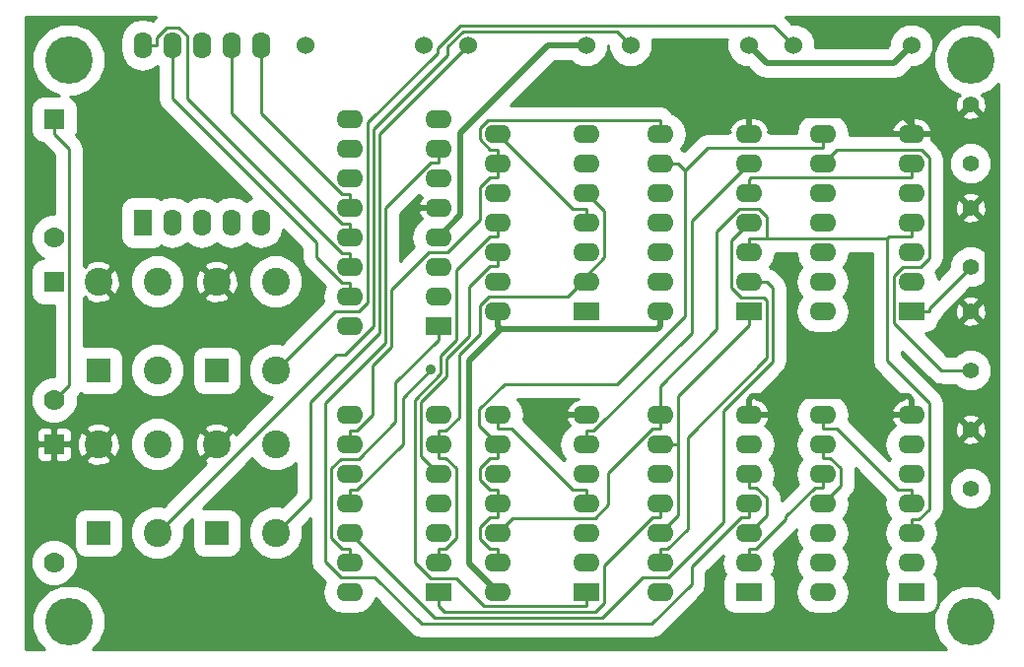
<source format=gbl>
G04 (created by PCBNEW (2013-07-07 BZR 4022)-stable) date 17-11-2017 21:30:10*
%MOIN*%
G04 Gerber Fmt 3.4, Leading zero omitted, Abs format*
%FSLAX34Y34*%
G01*
G70*
G90*
G04 APERTURE LIST*
%ADD10C,0.00590551*%
%ADD11C,0.06*%
%ADD12R,0.09X0.062*%
%ADD13O,0.09X0.062*%
%ADD14C,0.07*%
%ADD15R,0.07X0.07*%
%ADD16C,0.055*%
%ADD17R,0.0787X0.0787*%
%ADD18C,0.0945*%
%ADD19R,0.062X0.09*%
%ADD20O,0.062X0.09*%
%ADD21C,0.16*%
%ADD22C,0.035*%
%ADD23C,0.01*%
%ADD24C,0.019685*%
G04 APERTURE END LIST*
G54D10*
G54D11*
X52500Y-23000D03*
X56500Y-23000D03*
X73000Y-23000D03*
X69000Y-23000D03*
X67500Y-23000D03*
X63500Y-23000D03*
X62000Y-23000D03*
X58000Y-23000D03*
G54D12*
X57000Y-32500D03*
G54D13*
X57000Y-31500D03*
X57000Y-30500D03*
X57000Y-29500D03*
X57000Y-28500D03*
X57000Y-27500D03*
X57000Y-26500D03*
X57000Y-25500D03*
X54000Y-25500D03*
X54000Y-26500D03*
X54000Y-27500D03*
X54000Y-28500D03*
X54000Y-29500D03*
X54000Y-30500D03*
X54000Y-31500D03*
X54000Y-32500D03*
G54D12*
X62000Y-32000D03*
G54D13*
X62000Y-31000D03*
X62000Y-30000D03*
X62000Y-29000D03*
X62000Y-28000D03*
X62000Y-27000D03*
X62000Y-26000D03*
X59000Y-26000D03*
X59000Y-27000D03*
X59000Y-28000D03*
X59000Y-29000D03*
X59000Y-30000D03*
X59000Y-31000D03*
X59000Y-32000D03*
G54D12*
X57000Y-41500D03*
G54D13*
X57000Y-40500D03*
X57000Y-39500D03*
X57000Y-38500D03*
X57000Y-37500D03*
X57000Y-36500D03*
X57000Y-35500D03*
X54000Y-35500D03*
X54000Y-36500D03*
X54000Y-37500D03*
X54000Y-38500D03*
X54000Y-39500D03*
X54000Y-40500D03*
X54000Y-41500D03*
G54D12*
X67500Y-32000D03*
G54D13*
X67500Y-31000D03*
X67500Y-30000D03*
X67500Y-29000D03*
X67500Y-28000D03*
X67500Y-27000D03*
X67500Y-26000D03*
X64500Y-26000D03*
X64500Y-27000D03*
X64500Y-28000D03*
X64500Y-29000D03*
X64500Y-30000D03*
X64500Y-31000D03*
X64500Y-32000D03*
G54D12*
X73000Y-41500D03*
G54D13*
X73000Y-40500D03*
X73000Y-39500D03*
X73000Y-38500D03*
X73000Y-37500D03*
X73000Y-36500D03*
X73000Y-35500D03*
X70000Y-35500D03*
X70000Y-36500D03*
X70000Y-37500D03*
X70000Y-38500D03*
X70000Y-39500D03*
X70000Y-40500D03*
X70000Y-41500D03*
G54D12*
X67500Y-41500D03*
G54D13*
X67500Y-40500D03*
X67500Y-39500D03*
X67500Y-38500D03*
X67500Y-37500D03*
X67500Y-36500D03*
X67500Y-35500D03*
X64500Y-35500D03*
X64500Y-36500D03*
X64500Y-37500D03*
X64500Y-38500D03*
X64500Y-39500D03*
X64500Y-40500D03*
X64500Y-41500D03*
G54D12*
X62000Y-41500D03*
G54D13*
X62000Y-40500D03*
X62000Y-39500D03*
X62000Y-38500D03*
X62000Y-37500D03*
X62000Y-36500D03*
X62000Y-35500D03*
X59000Y-35500D03*
X59000Y-36500D03*
X59000Y-37500D03*
X59000Y-38500D03*
X59000Y-39500D03*
X59000Y-40500D03*
X59000Y-41500D03*
G54D12*
X73000Y-32000D03*
G54D13*
X73000Y-31000D03*
X73000Y-30000D03*
X73000Y-29000D03*
X73000Y-28000D03*
X73000Y-27000D03*
X73000Y-26000D03*
X70000Y-26000D03*
X70000Y-27000D03*
X70000Y-28000D03*
X70000Y-29000D03*
X70000Y-30000D03*
X70000Y-31000D03*
X70000Y-32000D03*
G54D14*
X44000Y-29500D03*
G54D15*
X44000Y-25500D03*
G54D14*
X44000Y-35000D03*
G54D15*
X44000Y-31000D03*
G54D14*
X44000Y-40500D03*
G54D15*
X44000Y-36500D03*
G54D16*
X75000Y-34000D03*
X75000Y-32000D03*
X75000Y-27000D03*
X75000Y-25000D03*
X75000Y-38000D03*
X75000Y-36000D03*
X75000Y-30500D03*
X75000Y-28500D03*
G54D17*
X45500Y-34000D03*
G54D18*
X47500Y-34000D03*
X47500Y-31000D03*
X45500Y-31000D03*
G54D17*
X49500Y-34000D03*
G54D18*
X51500Y-34000D03*
X51500Y-31000D03*
X49500Y-31000D03*
G54D17*
X45500Y-39500D03*
G54D18*
X47500Y-39500D03*
X47500Y-36500D03*
X45500Y-36500D03*
G54D17*
X49500Y-39500D03*
G54D18*
X51500Y-39500D03*
X51500Y-36500D03*
X49500Y-36500D03*
G54D19*
X47000Y-29000D03*
G54D20*
X48000Y-29000D03*
X49000Y-29000D03*
X50000Y-29000D03*
X51000Y-29000D03*
X51000Y-23000D03*
X50000Y-23000D03*
X49000Y-23000D03*
X48000Y-23000D03*
X47000Y-23000D03*
G54D21*
X75000Y-42500D03*
X44500Y-42500D03*
X75000Y-23500D03*
X44500Y-23500D03*
G54D22*
X56756Y-33978D03*
G54D23*
X64500Y-36500D02*
X65100Y-36500D01*
X65100Y-38899D02*
X64500Y-39500D01*
X65100Y-36500D02*
X65100Y-38899D01*
X59000Y-30000D02*
X59000Y-30460D01*
X65100Y-34860D02*
X65100Y-36500D01*
X67500Y-32460D02*
X65100Y-34860D01*
X67500Y-32000D02*
X67500Y-32460D01*
X58746Y-30460D02*
X59000Y-30460D01*
X58029Y-31177D02*
X58746Y-30460D01*
X58029Y-32846D02*
X58029Y-31177D01*
X57281Y-33594D02*
X58029Y-32846D01*
X57281Y-34196D02*
X57281Y-33594D01*
X56398Y-35078D02*
X57281Y-34196D01*
X56398Y-36898D02*
X56398Y-35078D01*
X57000Y-37500D02*
X56398Y-36898D01*
X67500Y-31000D02*
X68100Y-31000D01*
X56875Y-42375D02*
X54000Y-39500D01*
X62547Y-42375D02*
X56875Y-42375D01*
X63922Y-41000D02*
X62547Y-42375D01*
X64790Y-41000D02*
X63922Y-41000D01*
X66636Y-39154D02*
X64790Y-41000D01*
X66636Y-35366D02*
X66636Y-39154D01*
X68300Y-33702D02*
X66636Y-35366D01*
X68300Y-31200D02*
X68300Y-33702D01*
X68100Y-31000D02*
X68300Y-31200D01*
X73000Y-29000D02*
X73000Y-29460D01*
X73000Y-39500D02*
X73000Y-39039D01*
X67500Y-30000D02*
X67500Y-29539D01*
X72254Y-29460D02*
X72174Y-29539D01*
X73000Y-29460D02*
X72254Y-29460D01*
X73253Y-39039D02*
X73000Y-39039D01*
X73600Y-38692D02*
X73253Y-39039D01*
X73600Y-35102D02*
X73600Y-38692D01*
X72174Y-33675D02*
X73600Y-35102D01*
X72174Y-29539D02*
X72174Y-33675D01*
X64246Y-35960D02*
X64500Y-35960D01*
X62750Y-37456D02*
X64246Y-35960D01*
X62750Y-38545D02*
X62750Y-37456D01*
X62295Y-39000D02*
X62750Y-38545D01*
X59500Y-39000D02*
X62295Y-39000D01*
X59000Y-39500D02*
X59500Y-39000D01*
X64500Y-35500D02*
X64500Y-35960D01*
X64500Y-34527D02*
X64500Y-35500D01*
X66405Y-32621D02*
X64500Y-34527D01*
X66405Y-29303D02*
X66405Y-32621D01*
X67169Y-28538D02*
X66405Y-29303D01*
X67856Y-28538D02*
X67169Y-28538D01*
X68109Y-28791D02*
X67856Y-28538D01*
X68109Y-29539D02*
X68109Y-28791D01*
X72174Y-29539D02*
X68109Y-29539D01*
X68109Y-29539D02*
X67500Y-29539D01*
X55548Y-34411D02*
X57000Y-32960D01*
X55548Y-35744D02*
X55548Y-34411D01*
X54293Y-37000D02*
X55548Y-35744D01*
X53708Y-37000D02*
X54293Y-37000D01*
X53387Y-37320D02*
X53708Y-37000D01*
X53387Y-39686D02*
X53387Y-37320D01*
X53741Y-40039D02*
X53387Y-39686D01*
X54000Y-40039D02*
X53741Y-40039D01*
X54000Y-40500D02*
X54000Y-40039D01*
X57000Y-32500D02*
X57000Y-32960D01*
X64500Y-40500D02*
X64500Y-40039D01*
X64758Y-40039D02*
X64500Y-40039D01*
X65427Y-39370D02*
X64758Y-40039D01*
X65427Y-36257D02*
X65427Y-39370D01*
X68100Y-33585D02*
X65427Y-36257D01*
X68100Y-31627D02*
X68100Y-33585D01*
X68012Y-31539D02*
X68100Y-31627D01*
X67244Y-31539D02*
X68012Y-31539D01*
X66899Y-31195D02*
X67244Y-31539D01*
X66899Y-29600D02*
X66899Y-31195D01*
X67500Y-29000D02*
X66899Y-29600D01*
X69743Y-37960D02*
X70000Y-37960D01*
X68750Y-38953D02*
X69743Y-37960D01*
X68750Y-39048D02*
X68750Y-38953D01*
X67758Y-40039D02*
X68750Y-39048D01*
X67500Y-40039D02*
X67758Y-40039D01*
X70000Y-37500D02*
X70000Y-37960D01*
X67500Y-40500D02*
X67500Y-40039D01*
X67579Y-27460D02*
X67500Y-27539D01*
X73000Y-27460D02*
X67579Y-27460D01*
X73000Y-27000D02*
X73000Y-27460D01*
X67500Y-28000D02*
X67500Y-27539D01*
X57000Y-40500D02*
X57000Y-40039D01*
X62028Y-30769D02*
X62000Y-30769D01*
X62611Y-30186D02*
X62028Y-30769D01*
X62611Y-28611D02*
X62611Y-30186D01*
X62000Y-28000D02*
X62611Y-28611D01*
X57000Y-36500D02*
X57000Y-36960D01*
X57253Y-40039D02*
X57000Y-40039D01*
X57616Y-39676D02*
X57253Y-40039D01*
X57616Y-37317D02*
X57616Y-39676D01*
X57258Y-36960D02*
X57616Y-37317D01*
X57000Y-36960D02*
X57258Y-36960D01*
X62000Y-31000D02*
X62000Y-30884D01*
X62000Y-30884D02*
X62000Y-30769D01*
X57000Y-36500D02*
X57000Y-36039D01*
X61384Y-31500D02*
X62000Y-30884D01*
X58699Y-31500D02*
X61384Y-31500D01*
X58395Y-31803D02*
X58699Y-31500D01*
X58395Y-32763D02*
X58395Y-31803D01*
X57692Y-33466D02*
X58395Y-32763D01*
X57692Y-35600D02*
X57692Y-33466D01*
X57253Y-36039D02*
X57692Y-35600D01*
X57000Y-36039D02*
X57253Y-36039D01*
X62000Y-36500D02*
X62000Y-36039D01*
X62254Y-36039D02*
X62000Y-36039D01*
X65569Y-32724D02*
X62254Y-36039D01*
X65569Y-28930D02*
X65569Y-32724D01*
X67500Y-27000D02*
X65569Y-28930D01*
X58746Y-38960D02*
X59000Y-38960D01*
X58393Y-39313D02*
X58746Y-38960D01*
X58393Y-39692D02*
X58393Y-39313D01*
X58741Y-40039D02*
X58393Y-39692D01*
X59000Y-40039D02*
X58741Y-40039D01*
X59000Y-40500D02*
X59000Y-40039D01*
X59000Y-38500D02*
X59000Y-38960D01*
X59000Y-38500D02*
X59000Y-38039D01*
X58746Y-38039D02*
X59000Y-38039D01*
X58398Y-37691D02*
X58746Y-38039D01*
X58398Y-37303D02*
X58398Y-37691D01*
X58741Y-36960D02*
X58398Y-37303D01*
X59000Y-36960D02*
X58741Y-36960D01*
X59000Y-36500D02*
X59000Y-36960D01*
X70000Y-26000D02*
X70000Y-26460D01*
X64500Y-27000D02*
X65100Y-27000D01*
X66123Y-26460D02*
X65342Y-27241D01*
X70000Y-26460D02*
X66123Y-26460D01*
X65342Y-27241D02*
X65100Y-27000D01*
X58383Y-35883D02*
X59000Y-36500D01*
X58383Y-35310D02*
X58383Y-35883D01*
X59232Y-34461D02*
X58383Y-35310D01*
X63049Y-34461D02*
X59232Y-34461D01*
X65342Y-32168D02*
X63049Y-34461D01*
X65342Y-27241D02*
X65342Y-32168D01*
X58746Y-26539D02*
X59000Y-26539D01*
X58393Y-26186D02*
X58746Y-26539D01*
X58393Y-25812D02*
X58393Y-26186D01*
X58665Y-25539D02*
X58393Y-25812D01*
X64500Y-25539D02*
X58665Y-25539D01*
X64500Y-26000D02*
X64500Y-25539D01*
X59000Y-26824D02*
X59000Y-26539D01*
X54000Y-36500D02*
X54000Y-36039D01*
X59000Y-27000D02*
X59000Y-26824D01*
X54253Y-36039D02*
X54000Y-36039D01*
X54790Y-35502D02*
X54253Y-36039D01*
X54790Y-33823D02*
X54790Y-35502D01*
X55411Y-33202D02*
X54790Y-33823D01*
X55411Y-31274D02*
X55411Y-33202D01*
X56686Y-30000D02*
X55411Y-31274D01*
X57316Y-30000D02*
X56686Y-30000D01*
X58399Y-28916D02*
X57316Y-30000D01*
X58399Y-27801D02*
X58399Y-28916D01*
X58741Y-27460D02*
X58399Y-27801D01*
X59000Y-27460D02*
X58741Y-27460D01*
X59000Y-27000D02*
X59000Y-27460D01*
X68108Y-38891D02*
X67500Y-39500D01*
X68108Y-38309D02*
X68108Y-38891D01*
X67758Y-37960D02*
X68108Y-38309D01*
X67500Y-37960D02*
X67758Y-37960D01*
X67500Y-37500D02*
X67500Y-37960D01*
X74008Y-34000D02*
X75000Y-34000D01*
X72399Y-32391D02*
X74008Y-34000D01*
X72399Y-30806D02*
X72399Y-32391D01*
X72706Y-30500D02*
X72399Y-30806D01*
X73292Y-30500D02*
X72706Y-30500D01*
X73600Y-30192D02*
X73292Y-30500D01*
X73600Y-26804D02*
X73600Y-30192D01*
X73329Y-26534D02*
X73600Y-26804D01*
X70465Y-26534D02*
X73329Y-26534D01*
X70000Y-27000D02*
X70465Y-26534D01*
X52661Y-38338D02*
X51500Y-39500D01*
X52661Y-35069D02*
X52661Y-38338D01*
X55000Y-32730D02*
X52661Y-35069D01*
X55000Y-25999D02*
X55000Y-32730D01*
X58000Y-23000D02*
X55000Y-25999D01*
X63027Y-22527D02*
X63500Y-23000D01*
X57835Y-22527D02*
X63027Y-22527D01*
X57321Y-23041D02*
X57835Y-22527D01*
X57321Y-23324D02*
X57321Y-23041D01*
X54800Y-25846D02*
X57321Y-23324D01*
X54800Y-32494D02*
X54800Y-25846D01*
X53829Y-33465D02*
X54800Y-32494D01*
X53534Y-33465D02*
X53829Y-33465D01*
X47500Y-39500D02*
X53534Y-33465D01*
X56746Y-26960D02*
X57000Y-26960D01*
X55200Y-28506D02*
X56746Y-26960D01*
X55200Y-33072D02*
X55200Y-28506D01*
X53179Y-35092D02*
X55200Y-33072D01*
X53179Y-40479D02*
X53179Y-35092D01*
X53700Y-41000D02*
X53179Y-40479D01*
X54853Y-41000D02*
X53700Y-41000D01*
X56429Y-42575D02*
X54853Y-41000D01*
X64221Y-42575D02*
X56429Y-42575D01*
X65559Y-41237D02*
X64221Y-42575D01*
X65559Y-40647D02*
X65559Y-41237D01*
X67246Y-38960D02*
X65559Y-40647D01*
X67500Y-38960D02*
X67246Y-38960D01*
X67500Y-38500D02*
X67500Y-38960D01*
X57000Y-26500D02*
X57000Y-26960D01*
X70253Y-36960D02*
X70000Y-36960D01*
X70606Y-37313D02*
X70253Y-36960D01*
X70606Y-37893D02*
X70606Y-37313D01*
X70000Y-38500D02*
X70606Y-37893D01*
X70000Y-36500D02*
X70000Y-36960D01*
X73600Y-31899D02*
X73600Y-32000D01*
X75000Y-30500D02*
X73600Y-31899D01*
X73000Y-32000D02*
X73600Y-32000D01*
X61539Y-38039D02*
X62000Y-38039D01*
X59460Y-35960D02*
X61539Y-38039D01*
X59000Y-35960D02*
X59460Y-35960D01*
X59000Y-35500D02*
X59000Y-35960D01*
X62000Y-38500D02*
X62000Y-38039D01*
X62000Y-41500D02*
X62000Y-41960D01*
X59000Y-29000D02*
X59000Y-29460D01*
X58746Y-29460D02*
X59000Y-29460D01*
X57609Y-30597D02*
X58746Y-29460D01*
X57609Y-32983D02*
X57609Y-30597D01*
X57081Y-33511D02*
X57609Y-32983D01*
X57081Y-34113D02*
X57081Y-33511D01*
X56198Y-34995D02*
X57081Y-34113D01*
X56198Y-40496D02*
X56198Y-34995D01*
X56741Y-41039D02*
X56198Y-40496D01*
X57616Y-41039D02*
X56741Y-41039D01*
X58536Y-41960D02*
X57616Y-41039D01*
X62000Y-41960D02*
X58536Y-41960D01*
X61539Y-28539D02*
X62000Y-28539D01*
X59000Y-26000D02*
X61539Y-28539D01*
X62000Y-29000D02*
X62000Y-28539D01*
X55803Y-34931D02*
X56756Y-33978D01*
X55803Y-36495D02*
X55803Y-34931D01*
X54258Y-38039D02*
X55803Y-36495D01*
X54000Y-38039D02*
X54258Y-38039D01*
X54000Y-38500D02*
X54000Y-38039D01*
X53746Y-30039D02*
X54000Y-30039D01*
X48500Y-24793D02*
X53746Y-30039D01*
X48500Y-22676D02*
X48500Y-24793D01*
X48216Y-22392D02*
X48500Y-22676D01*
X47808Y-22392D02*
X48216Y-22392D01*
X47460Y-22741D02*
X47808Y-22392D01*
X47460Y-23000D02*
X47460Y-22741D01*
X47000Y-23000D02*
X47460Y-23000D01*
X54000Y-30500D02*
X54000Y-30039D01*
X64500Y-38500D02*
X64500Y-38960D01*
X57000Y-41500D02*
X57000Y-41960D01*
X57200Y-42160D02*
X57000Y-41960D01*
X62324Y-42160D02*
X57200Y-42160D01*
X62600Y-41885D02*
X62324Y-42160D01*
X62600Y-40601D02*
X62600Y-41885D01*
X64241Y-38960D02*
X62600Y-40601D01*
X64500Y-38960D02*
X64241Y-38960D01*
X72539Y-38039D02*
X73000Y-38039D01*
X70460Y-35960D02*
X72539Y-38039D01*
X70000Y-35960D02*
X70460Y-35960D01*
X70000Y-35500D02*
X70000Y-35960D01*
X73000Y-38500D02*
X73000Y-38039D01*
X68325Y-22325D02*
X69000Y-23000D01*
X57750Y-22325D02*
X68325Y-22325D01*
X56965Y-23111D02*
X57750Y-22325D01*
X56965Y-23256D02*
X56965Y-23111D01*
X54600Y-25621D02*
X56965Y-23256D01*
X54600Y-31712D02*
X54600Y-25621D01*
X54312Y-32000D02*
X54600Y-31712D01*
X53500Y-32000D02*
X54312Y-32000D01*
X51500Y-34000D02*
X53500Y-32000D01*
X53746Y-31039D02*
X54000Y-31039D01*
X52866Y-30159D02*
X53746Y-31039D01*
X52866Y-29659D02*
X52866Y-30159D01*
X48000Y-24792D02*
X52866Y-29659D01*
X48000Y-23000D02*
X48000Y-24792D01*
X54000Y-31500D02*
X54000Y-31039D01*
X44500Y-26500D02*
X44000Y-26000D01*
X44500Y-34499D02*
X44500Y-26500D01*
X44000Y-35000D02*
X44500Y-34499D01*
X44000Y-25500D02*
X44000Y-26000D01*
X54000Y-28500D02*
X54000Y-28039D01*
X51000Y-25293D02*
X51000Y-23000D01*
X53746Y-28039D02*
X51000Y-25293D01*
X54000Y-28039D02*
X53746Y-28039D01*
X54000Y-29500D02*
X54000Y-29039D01*
X50000Y-25293D02*
X50000Y-23000D01*
X53746Y-29039D02*
X50000Y-25293D01*
X54000Y-29039D02*
X53746Y-29039D01*
G54D24*
X64500Y-32000D02*
X64500Y-32508D01*
X59000Y-32000D02*
X59000Y-32508D01*
X64403Y-32605D02*
X59096Y-32605D01*
X64500Y-32508D02*
X64403Y-32605D01*
X59096Y-32605D02*
X59000Y-32508D01*
X60716Y-23000D02*
X62000Y-23000D01*
X57757Y-25959D02*
X60716Y-23000D01*
X57757Y-28742D02*
X57757Y-25959D01*
X57000Y-29500D02*
X57757Y-28742D01*
X68105Y-23605D02*
X67500Y-23000D01*
X72394Y-23605D02*
X68105Y-23605D01*
X73000Y-23000D02*
X72394Y-23605D01*
X58037Y-33664D02*
X59096Y-32605D01*
X58037Y-40537D02*
X58037Y-33664D01*
X59000Y-41500D02*
X58037Y-40537D01*
X72895Y-34886D02*
X73000Y-34991D01*
X67604Y-34886D02*
X72895Y-34886D01*
X67500Y-34991D02*
X67604Y-34886D01*
X67500Y-35500D02*
X67500Y-34991D01*
X75576Y-29076D02*
X75000Y-28500D01*
X75576Y-31423D02*
X75576Y-29076D01*
X75000Y-32000D02*
X75576Y-31423D01*
X73000Y-35500D02*
X73000Y-34991D01*
X74254Y-26000D02*
X73648Y-26000D01*
X74254Y-27754D02*
X74254Y-26000D01*
X75000Y-28500D02*
X74254Y-27754D01*
X74254Y-25745D02*
X75000Y-25000D01*
X74254Y-26000D02*
X74254Y-25745D01*
X73000Y-26000D02*
X73324Y-26000D01*
X73324Y-26000D02*
X73648Y-26000D01*
X67618Y-25372D02*
X67500Y-25491D01*
X72697Y-25372D02*
X67618Y-25372D01*
X73324Y-26000D02*
X72697Y-25372D01*
X67500Y-26000D02*
X67500Y-25491D01*
G54D10*
G36*
X57057Y-28550D02*
X57050Y-28550D01*
X57050Y-28557D01*
X56950Y-28557D01*
X56950Y-28550D01*
X56365Y-28550D01*
X56316Y-28636D01*
X56323Y-28668D01*
X56428Y-28860D01*
X56446Y-28875D01*
X56309Y-28967D01*
X56146Y-29211D01*
X56088Y-29500D01*
X56146Y-29788D01*
X56167Y-29820D01*
X55694Y-30293D01*
X55694Y-28710D01*
X56347Y-28058D01*
X56446Y-28124D01*
X56428Y-28139D01*
X56323Y-28331D01*
X56316Y-28363D01*
X56365Y-28450D01*
X56950Y-28450D01*
X56950Y-28442D01*
X57050Y-28442D01*
X57050Y-28450D01*
X57057Y-28450D01*
X57057Y-28550D01*
X57057Y-28550D01*
G37*
G54D23*
X57057Y-28550D02*
X57050Y-28550D01*
X57050Y-28557D01*
X56950Y-28557D01*
X56950Y-28550D01*
X56365Y-28550D01*
X56316Y-28636D01*
X56323Y-28668D01*
X56428Y-28860D01*
X56446Y-28875D01*
X56309Y-28967D01*
X56146Y-29211D01*
X56088Y-29500D01*
X56146Y-29788D01*
X56167Y-29820D01*
X55694Y-30293D01*
X55694Y-28710D01*
X56347Y-28058D01*
X56446Y-28124D01*
X56428Y-28139D01*
X56323Y-28331D01*
X56316Y-28363D01*
X56365Y-28450D01*
X56950Y-28450D01*
X56950Y-28442D01*
X57050Y-28442D01*
X57050Y-28450D01*
X57057Y-28450D01*
X57057Y-28550D01*
G54D10*
G36*
X57057Y-35536D02*
X57048Y-35546D01*
X57000Y-35546D01*
X56950Y-35556D01*
X56950Y-35550D01*
X56942Y-35550D01*
X56942Y-35450D01*
X56950Y-35450D01*
X56950Y-35442D01*
X57050Y-35442D01*
X57050Y-35450D01*
X57057Y-35450D01*
X57057Y-35536D01*
X57057Y-35536D01*
G37*
G54D23*
X57057Y-35536D02*
X57048Y-35546D01*
X57000Y-35546D01*
X56950Y-35556D01*
X56950Y-35550D01*
X56942Y-35550D01*
X56942Y-35450D01*
X56950Y-35450D01*
X56950Y-35442D01*
X57050Y-35442D01*
X57050Y-35450D01*
X57057Y-35450D01*
X57057Y-35536D01*
G54D10*
G36*
X62057Y-35538D02*
X62049Y-35546D01*
X62000Y-35546D01*
X61950Y-35556D01*
X61950Y-35550D01*
X61365Y-35550D01*
X61316Y-35636D01*
X61323Y-35668D01*
X61428Y-35860D01*
X61446Y-35875D01*
X61309Y-35967D01*
X61146Y-36211D01*
X61088Y-36500D01*
X61146Y-36788D01*
X61287Y-37000D01*
X61251Y-37053D01*
X59875Y-35677D01*
X59911Y-35500D01*
X59853Y-35211D01*
X59690Y-34967D01*
X59672Y-34955D01*
X61758Y-34955D01*
X61599Y-35001D01*
X61428Y-35139D01*
X61323Y-35331D01*
X61316Y-35363D01*
X61365Y-35450D01*
X61950Y-35450D01*
X61950Y-35442D01*
X62050Y-35442D01*
X62050Y-35450D01*
X62057Y-35450D01*
X62057Y-35538D01*
X62057Y-35538D01*
G37*
G54D23*
X62057Y-35538D02*
X62049Y-35546D01*
X62000Y-35546D01*
X61950Y-35556D01*
X61950Y-35550D01*
X61365Y-35550D01*
X61316Y-35636D01*
X61323Y-35668D01*
X61428Y-35860D01*
X61446Y-35875D01*
X61309Y-35967D01*
X61146Y-36211D01*
X61088Y-36500D01*
X61146Y-36788D01*
X61287Y-37000D01*
X61251Y-37053D01*
X59875Y-35677D01*
X59911Y-35500D01*
X59853Y-35211D01*
X59690Y-34967D01*
X59672Y-34955D01*
X61758Y-34955D01*
X61599Y-35001D01*
X61428Y-35139D01*
X61323Y-35331D01*
X61316Y-35363D01*
X61365Y-35450D01*
X61950Y-35450D01*
X61950Y-35442D01*
X62050Y-35442D01*
X62050Y-35450D01*
X62057Y-35450D01*
X62057Y-35538D01*
G54D10*
G36*
X73057Y-35550D02*
X73050Y-35550D01*
X73050Y-35557D01*
X72950Y-35557D01*
X72950Y-35550D01*
X72365Y-35550D01*
X72316Y-35636D01*
X72323Y-35668D01*
X72428Y-35860D01*
X72446Y-35875D01*
X72309Y-35967D01*
X72146Y-36211D01*
X72088Y-36500D01*
X72146Y-36788D01*
X72287Y-37000D01*
X72251Y-37053D01*
X70875Y-35677D01*
X70911Y-35500D01*
X70853Y-35211D01*
X70690Y-34967D01*
X70445Y-34803D01*
X70157Y-34746D01*
X69842Y-34746D01*
X69554Y-34803D01*
X69309Y-34967D01*
X69146Y-35211D01*
X69088Y-35500D01*
X69146Y-35788D01*
X69287Y-36000D01*
X69146Y-36211D01*
X69088Y-36500D01*
X69146Y-36788D01*
X69287Y-37000D01*
X69146Y-37211D01*
X69088Y-37500D01*
X69146Y-37788D01*
X69174Y-37830D01*
X68602Y-38403D01*
X68602Y-38309D01*
X68564Y-38120D01*
X68457Y-37960D01*
X68326Y-37829D01*
X68353Y-37788D01*
X68411Y-37500D01*
X68353Y-37211D01*
X68212Y-37000D01*
X68353Y-36788D01*
X68411Y-36500D01*
X68353Y-36211D01*
X68190Y-35967D01*
X68053Y-35875D01*
X68071Y-35860D01*
X68176Y-35668D01*
X68183Y-35636D01*
X68134Y-35550D01*
X67550Y-35550D01*
X67550Y-35557D01*
X67450Y-35557D01*
X67450Y-35550D01*
X67442Y-35550D01*
X67442Y-35450D01*
X67450Y-35450D01*
X67450Y-35442D01*
X67550Y-35442D01*
X67550Y-35450D01*
X68134Y-35450D01*
X68183Y-35363D01*
X68176Y-35331D01*
X68071Y-35139D01*
X67900Y-35001D01*
X67745Y-34956D01*
X68649Y-34051D01*
X68649Y-34051D01*
X68649Y-34051D01*
X68756Y-33891D01*
X68756Y-33891D01*
X68786Y-33740D01*
X68794Y-33702D01*
X68794Y-33702D01*
X68794Y-33702D01*
X68794Y-31200D01*
X68756Y-31011D01*
X68756Y-31011D01*
X68713Y-30947D01*
X68649Y-30851D01*
X68649Y-30851D01*
X68449Y-30650D01*
X68289Y-30543D01*
X68234Y-30533D01*
X68212Y-30500D01*
X68353Y-30288D01*
X68404Y-30033D01*
X69095Y-30033D01*
X69146Y-30288D01*
X69287Y-30500D01*
X69146Y-30711D01*
X69088Y-31000D01*
X69146Y-31288D01*
X69287Y-31500D01*
X69146Y-31711D01*
X69088Y-32000D01*
X69146Y-32288D01*
X69309Y-32532D01*
X69554Y-32696D01*
X69842Y-32753D01*
X70157Y-32753D01*
X70445Y-32696D01*
X70690Y-32532D01*
X70853Y-32288D01*
X70911Y-32000D01*
X70853Y-31711D01*
X70712Y-31500D01*
X70853Y-31288D01*
X70911Y-31000D01*
X70853Y-30711D01*
X70712Y-30500D01*
X70853Y-30288D01*
X70904Y-30033D01*
X71680Y-30033D01*
X71680Y-33675D01*
X71718Y-33864D01*
X71825Y-34024D01*
X72756Y-34955D01*
X72599Y-35001D01*
X72428Y-35139D01*
X72323Y-35331D01*
X72316Y-35363D01*
X72365Y-35450D01*
X72950Y-35450D01*
X72950Y-35442D01*
X73050Y-35442D01*
X73050Y-35450D01*
X73057Y-35450D01*
X73057Y-35550D01*
X73057Y-35550D01*
G37*
G54D23*
X73057Y-35550D02*
X73050Y-35550D01*
X73050Y-35557D01*
X72950Y-35557D01*
X72950Y-35550D01*
X72365Y-35550D01*
X72316Y-35636D01*
X72323Y-35668D01*
X72428Y-35860D01*
X72446Y-35875D01*
X72309Y-35967D01*
X72146Y-36211D01*
X72088Y-36500D01*
X72146Y-36788D01*
X72287Y-37000D01*
X72251Y-37053D01*
X70875Y-35677D01*
X70911Y-35500D01*
X70853Y-35211D01*
X70690Y-34967D01*
X70445Y-34803D01*
X70157Y-34746D01*
X69842Y-34746D01*
X69554Y-34803D01*
X69309Y-34967D01*
X69146Y-35211D01*
X69088Y-35500D01*
X69146Y-35788D01*
X69287Y-36000D01*
X69146Y-36211D01*
X69088Y-36500D01*
X69146Y-36788D01*
X69287Y-37000D01*
X69146Y-37211D01*
X69088Y-37500D01*
X69146Y-37788D01*
X69174Y-37830D01*
X68602Y-38403D01*
X68602Y-38309D01*
X68564Y-38120D01*
X68457Y-37960D01*
X68326Y-37829D01*
X68353Y-37788D01*
X68411Y-37500D01*
X68353Y-37211D01*
X68212Y-37000D01*
X68353Y-36788D01*
X68411Y-36500D01*
X68353Y-36211D01*
X68190Y-35967D01*
X68053Y-35875D01*
X68071Y-35860D01*
X68176Y-35668D01*
X68183Y-35636D01*
X68134Y-35550D01*
X67550Y-35550D01*
X67550Y-35557D01*
X67450Y-35557D01*
X67450Y-35550D01*
X67442Y-35550D01*
X67442Y-35450D01*
X67450Y-35450D01*
X67450Y-35442D01*
X67550Y-35442D01*
X67550Y-35450D01*
X68134Y-35450D01*
X68183Y-35363D01*
X68176Y-35331D01*
X68071Y-35139D01*
X67900Y-35001D01*
X67745Y-34956D01*
X68649Y-34051D01*
X68649Y-34051D01*
X68649Y-34051D01*
X68756Y-33891D01*
X68756Y-33891D01*
X68786Y-33740D01*
X68794Y-33702D01*
X68794Y-33702D01*
X68794Y-33702D01*
X68794Y-31200D01*
X68756Y-31011D01*
X68756Y-31011D01*
X68713Y-30947D01*
X68649Y-30851D01*
X68649Y-30851D01*
X68449Y-30650D01*
X68289Y-30543D01*
X68234Y-30533D01*
X68212Y-30500D01*
X68353Y-30288D01*
X68404Y-30033D01*
X69095Y-30033D01*
X69146Y-30288D01*
X69287Y-30500D01*
X69146Y-30711D01*
X69088Y-31000D01*
X69146Y-31288D01*
X69287Y-31500D01*
X69146Y-31711D01*
X69088Y-32000D01*
X69146Y-32288D01*
X69309Y-32532D01*
X69554Y-32696D01*
X69842Y-32753D01*
X70157Y-32753D01*
X70445Y-32696D01*
X70690Y-32532D01*
X70853Y-32288D01*
X70911Y-32000D01*
X70853Y-31711D01*
X70712Y-31500D01*
X70853Y-31288D01*
X70911Y-31000D01*
X70853Y-30711D01*
X70712Y-30500D01*
X70853Y-30288D01*
X70904Y-30033D01*
X71680Y-30033D01*
X71680Y-33675D01*
X71718Y-33864D01*
X71825Y-34024D01*
X72756Y-34955D01*
X72599Y-35001D01*
X72428Y-35139D01*
X72323Y-35331D01*
X72316Y-35363D01*
X72365Y-35450D01*
X72950Y-35450D01*
X72950Y-35442D01*
X73050Y-35442D01*
X73050Y-35450D01*
X73057Y-35450D01*
X73057Y-35550D01*
G54D10*
G36*
X75950Y-41691D02*
X75718Y-41459D01*
X75718Y-37857D01*
X75609Y-37593D01*
X75529Y-37513D01*
X75529Y-36075D01*
X75518Y-35867D01*
X75460Y-35727D01*
X75367Y-35702D01*
X75297Y-35773D01*
X75297Y-35632D01*
X75272Y-35539D01*
X75075Y-35470D01*
X74867Y-35481D01*
X74727Y-35539D01*
X74702Y-35632D01*
X75000Y-35929D01*
X75297Y-35632D01*
X75297Y-35773D01*
X75070Y-36000D01*
X75367Y-36297D01*
X75460Y-36272D01*
X75529Y-36075D01*
X75529Y-37513D01*
X75407Y-37391D01*
X75297Y-37345D01*
X75297Y-36367D01*
X75000Y-36070D01*
X74929Y-36141D01*
X74929Y-36000D01*
X74632Y-35702D01*
X74539Y-35727D01*
X74470Y-35924D01*
X74481Y-36132D01*
X74539Y-36272D01*
X74632Y-36297D01*
X74929Y-36000D01*
X74929Y-36141D01*
X74702Y-36367D01*
X74727Y-36460D01*
X74924Y-36529D01*
X75132Y-36518D01*
X75272Y-36460D01*
X75297Y-36367D01*
X75297Y-37345D01*
X75143Y-37281D01*
X74857Y-37281D01*
X74593Y-37390D01*
X74391Y-37592D01*
X74281Y-37856D01*
X74281Y-38142D01*
X74390Y-38406D01*
X74592Y-38608D01*
X74856Y-38718D01*
X75142Y-38718D01*
X75406Y-38609D01*
X75608Y-38407D01*
X75718Y-38143D01*
X75718Y-37857D01*
X75718Y-41459D01*
X75705Y-41446D01*
X75248Y-41256D01*
X74753Y-41256D01*
X74296Y-41445D01*
X73946Y-41794D01*
X73756Y-42251D01*
X73756Y-42746D01*
X73945Y-43203D01*
X74191Y-43450D01*
X46337Y-43450D01*
X46337Y-39805D01*
X46337Y-39018D01*
X46337Y-34305D01*
X46337Y-33518D01*
X46269Y-33355D01*
X46226Y-33311D01*
X46226Y-31122D01*
X46218Y-30835D01*
X46123Y-30608D01*
X46010Y-30559D01*
X45940Y-30630D01*
X45570Y-31000D01*
X46010Y-31440D01*
X46123Y-31391D01*
X46226Y-31122D01*
X46226Y-33311D01*
X46145Y-33230D01*
X45982Y-33162D01*
X45940Y-33162D01*
X45805Y-33162D01*
X45018Y-33162D01*
X44993Y-33172D01*
X44993Y-31534D01*
X45015Y-31555D01*
X45059Y-31510D01*
X45108Y-31623D01*
X45377Y-31726D01*
X45664Y-31718D01*
X45891Y-31623D01*
X45940Y-31510D01*
X45500Y-31070D01*
X45494Y-31076D01*
X45423Y-31005D01*
X45429Y-31000D01*
X45423Y-30994D01*
X45494Y-30923D01*
X45500Y-30929D01*
X45940Y-30489D01*
X45891Y-30376D01*
X45622Y-30273D01*
X45335Y-30281D01*
X45108Y-30376D01*
X45059Y-30489D01*
X45015Y-30444D01*
X44993Y-30465D01*
X44993Y-26500D01*
X44956Y-26311D01*
X44849Y-26151D01*
X44747Y-26049D01*
X44793Y-25938D01*
X44793Y-25762D01*
X44793Y-25062D01*
X44726Y-24898D01*
X44601Y-24774D01*
X44528Y-24743D01*
X44746Y-24743D01*
X45203Y-24554D01*
X45553Y-24205D01*
X45743Y-23748D01*
X45743Y-23253D01*
X45554Y-22796D01*
X45205Y-22446D01*
X44748Y-22256D01*
X44253Y-22256D01*
X43796Y-22445D01*
X43446Y-22794D01*
X43256Y-23251D01*
X43256Y-23746D01*
X43445Y-24203D01*
X43794Y-24553D01*
X44161Y-24706D01*
X43562Y-24706D01*
X43398Y-24773D01*
X43274Y-24898D01*
X43206Y-25061D01*
X43206Y-25237D01*
X43206Y-25937D01*
X43273Y-26101D01*
X43398Y-26225D01*
X43561Y-26293D01*
X43613Y-26293D01*
X43650Y-26349D01*
X44006Y-26704D01*
X44006Y-28706D01*
X43842Y-28706D01*
X43550Y-28826D01*
X43327Y-29049D01*
X43206Y-29341D01*
X43206Y-29657D01*
X43326Y-29949D01*
X43549Y-30172D01*
X43631Y-30206D01*
X43562Y-30206D01*
X43398Y-30273D01*
X43274Y-30398D01*
X43206Y-30561D01*
X43206Y-30737D01*
X43206Y-31437D01*
X43273Y-31601D01*
X43398Y-31725D01*
X43561Y-31793D01*
X43737Y-31793D01*
X44006Y-31793D01*
X44006Y-34206D01*
X43842Y-34206D01*
X43550Y-34326D01*
X43327Y-34549D01*
X43206Y-34841D01*
X43206Y-35157D01*
X43326Y-35449D01*
X43549Y-35672D01*
X43841Y-35793D01*
X44157Y-35793D01*
X44449Y-35673D01*
X44672Y-35450D01*
X44793Y-35158D01*
X44793Y-34904D01*
X44849Y-34848D01*
X44892Y-34784D01*
X45017Y-34837D01*
X45194Y-34837D01*
X45981Y-34837D01*
X46144Y-34769D01*
X46269Y-34645D01*
X46337Y-34482D01*
X46337Y-34305D01*
X46337Y-39018D01*
X46269Y-38855D01*
X46226Y-38811D01*
X46226Y-36622D01*
X46218Y-36335D01*
X46123Y-36108D01*
X46010Y-36059D01*
X45940Y-36130D01*
X45940Y-35989D01*
X45891Y-35876D01*
X45622Y-35773D01*
X45335Y-35781D01*
X45108Y-35876D01*
X45059Y-35989D01*
X45500Y-36429D01*
X45940Y-35989D01*
X45940Y-36130D01*
X45570Y-36500D01*
X46010Y-36940D01*
X46123Y-36891D01*
X46226Y-36622D01*
X46226Y-38811D01*
X46145Y-38730D01*
X45982Y-38662D01*
X45940Y-38662D01*
X45940Y-37010D01*
X45500Y-36570D01*
X45429Y-36641D01*
X45429Y-36500D01*
X44989Y-36059D01*
X44876Y-36108D01*
X44773Y-36377D01*
X44781Y-36664D01*
X44876Y-36891D01*
X44989Y-36940D01*
X45429Y-36500D01*
X45429Y-36641D01*
X45059Y-37010D01*
X45108Y-37123D01*
X45377Y-37226D01*
X45664Y-37218D01*
X45891Y-37123D01*
X45940Y-37010D01*
X45940Y-38662D01*
X45805Y-38662D01*
X45018Y-38662D01*
X44855Y-38730D01*
X44730Y-38854D01*
X44662Y-39017D01*
X44662Y-39194D01*
X44662Y-39981D01*
X44730Y-40144D01*
X44854Y-40269D01*
X45017Y-40337D01*
X45194Y-40337D01*
X45981Y-40337D01*
X46144Y-40269D01*
X46269Y-40145D01*
X46337Y-39982D01*
X46337Y-39805D01*
X46337Y-43450D01*
X45308Y-43450D01*
X45553Y-43205D01*
X45743Y-42748D01*
X45743Y-42253D01*
X45554Y-41796D01*
X45205Y-41446D01*
X44793Y-41275D01*
X44793Y-40342D01*
X44673Y-40050D01*
X44600Y-39977D01*
X44600Y-36899D01*
X44600Y-36100D01*
X44562Y-36008D01*
X44491Y-35938D01*
X44399Y-35900D01*
X44300Y-35899D01*
X44112Y-35900D01*
X44050Y-35962D01*
X44050Y-36450D01*
X44537Y-36450D01*
X44600Y-36387D01*
X44600Y-36100D01*
X44600Y-36899D01*
X44600Y-36612D01*
X44537Y-36550D01*
X44050Y-36550D01*
X44050Y-37037D01*
X44112Y-37100D01*
X44300Y-37100D01*
X44399Y-37099D01*
X44491Y-37061D01*
X44562Y-36991D01*
X44600Y-36899D01*
X44600Y-39977D01*
X44450Y-39827D01*
X44158Y-39706D01*
X43950Y-39706D01*
X43950Y-37037D01*
X43950Y-36550D01*
X43950Y-36450D01*
X43950Y-35962D01*
X43887Y-35900D01*
X43699Y-35899D01*
X43600Y-35900D01*
X43508Y-35938D01*
X43437Y-36008D01*
X43399Y-36100D01*
X43400Y-36387D01*
X43462Y-36450D01*
X43950Y-36450D01*
X43950Y-36550D01*
X43462Y-36550D01*
X43400Y-36612D01*
X43399Y-36899D01*
X43437Y-36991D01*
X43508Y-37061D01*
X43600Y-37099D01*
X43699Y-37100D01*
X43887Y-37100D01*
X43950Y-37037D01*
X43950Y-39706D01*
X43842Y-39706D01*
X43550Y-39826D01*
X43327Y-40049D01*
X43206Y-40341D01*
X43206Y-40657D01*
X43326Y-40949D01*
X43549Y-41172D01*
X43841Y-41293D01*
X44157Y-41293D01*
X44449Y-41173D01*
X44672Y-40950D01*
X44793Y-40658D01*
X44793Y-40342D01*
X44793Y-41275D01*
X44748Y-41256D01*
X44253Y-41256D01*
X43796Y-41445D01*
X43446Y-41794D01*
X43256Y-42251D01*
X43256Y-42746D01*
X43445Y-43203D01*
X43691Y-43450D01*
X43050Y-43450D01*
X43050Y-22050D01*
X47453Y-22050D01*
X47329Y-22173D01*
X47288Y-22146D01*
X47000Y-22088D01*
X46711Y-22146D01*
X46467Y-22309D01*
X46303Y-22554D01*
X46246Y-22842D01*
X46246Y-23157D01*
X46303Y-23445D01*
X46467Y-23690D01*
X46711Y-23853D01*
X47000Y-23911D01*
X47288Y-23853D01*
X47500Y-23712D01*
X47506Y-23716D01*
X47506Y-24792D01*
X47543Y-24981D01*
X47650Y-25141D01*
X50677Y-28168D01*
X50500Y-28287D01*
X50288Y-28146D01*
X50000Y-28088D01*
X49711Y-28146D01*
X49500Y-28287D01*
X49288Y-28146D01*
X49000Y-28088D01*
X48711Y-28146D01*
X48500Y-28287D01*
X48288Y-28146D01*
X48000Y-28088D01*
X47711Y-28146D01*
X47604Y-28217D01*
X47561Y-28174D01*
X47398Y-28106D01*
X47222Y-28106D01*
X46602Y-28106D01*
X46438Y-28173D01*
X46314Y-28298D01*
X46246Y-28461D01*
X46246Y-28637D01*
X46246Y-29537D01*
X46313Y-29701D01*
X46438Y-29825D01*
X46601Y-29893D01*
X46777Y-29893D01*
X47397Y-29893D01*
X47561Y-29826D01*
X47604Y-29782D01*
X47711Y-29853D01*
X48000Y-29911D01*
X48288Y-29853D01*
X48500Y-29712D01*
X48711Y-29853D01*
X49000Y-29911D01*
X49288Y-29853D01*
X49500Y-29712D01*
X49711Y-29853D01*
X50000Y-29911D01*
X50288Y-29853D01*
X50500Y-29712D01*
X50711Y-29853D01*
X51000Y-29911D01*
X51288Y-29853D01*
X51532Y-29690D01*
X51696Y-29445D01*
X51739Y-29230D01*
X52373Y-29863D01*
X52373Y-30159D01*
X52410Y-30348D01*
X52517Y-30508D01*
X53175Y-31167D01*
X53146Y-31211D01*
X53088Y-31500D01*
X53124Y-31677D01*
X52416Y-32385D01*
X52416Y-30818D01*
X52277Y-30481D01*
X52019Y-30223D01*
X51683Y-30083D01*
X51318Y-30083D01*
X50981Y-30222D01*
X50723Y-30480D01*
X50583Y-30816D01*
X50583Y-31181D01*
X50722Y-31518D01*
X50980Y-31776D01*
X51316Y-31916D01*
X51681Y-31916D01*
X52018Y-31777D01*
X52276Y-31519D01*
X52416Y-31183D01*
X52416Y-30818D01*
X52416Y-32385D01*
X51707Y-33094D01*
X51683Y-33083D01*
X51318Y-33083D01*
X50981Y-33222D01*
X50723Y-33480D01*
X50583Y-33816D01*
X50583Y-34181D01*
X50722Y-34518D01*
X50980Y-34776D01*
X51316Y-34916D01*
X51385Y-34916D01*
X50337Y-35964D01*
X50337Y-34305D01*
X50337Y-33518D01*
X50269Y-33355D01*
X50226Y-33311D01*
X50226Y-31122D01*
X50218Y-30835D01*
X50123Y-30608D01*
X50010Y-30559D01*
X49940Y-30630D01*
X49940Y-30489D01*
X49891Y-30376D01*
X49622Y-30273D01*
X49335Y-30281D01*
X49108Y-30376D01*
X49059Y-30489D01*
X49500Y-30929D01*
X49940Y-30489D01*
X49940Y-30630D01*
X49570Y-31000D01*
X50010Y-31440D01*
X50123Y-31391D01*
X50226Y-31122D01*
X50226Y-33311D01*
X50145Y-33230D01*
X49982Y-33162D01*
X49940Y-33162D01*
X49940Y-31510D01*
X49500Y-31070D01*
X49429Y-31141D01*
X49429Y-31000D01*
X48989Y-30559D01*
X48876Y-30608D01*
X48773Y-30877D01*
X48781Y-31164D01*
X48876Y-31391D01*
X48989Y-31440D01*
X49429Y-31000D01*
X49429Y-31141D01*
X49059Y-31510D01*
X49108Y-31623D01*
X49377Y-31726D01*
X49664Y-31718D01*
X49891Y-31623D01*
X49940Y-31510D01*
X49940Y-33162D01*
X49805Y-33162D01*
X49018Y-33162D01*
X48855Y-33230D01*
X48730Y-33354D01*
X48662Y-33517D01*
X48662Y-33694D01*
X48662Y-34481D01*
X48730Y-34644D01*
X48854Y-34769D01*
X49017Y-34837D01*
X49194Y-34837D01*
X49981Y-34837D01*
X50144Y-34769D01*
X50269Y-34645D01*
X50337Y-34482D01*
X50337Y-34305D01*
X50337Y-35964D01*
X50144Y-36157D01*
X50123Y-36108D01*
X50010Y-36059D01*
X49940Y-36130D01*
X49940Y-35989D01*
X49891Y-35876D01*
X49622Y-35773D01*
X49335Y-35781D01*
X49108Y-35876D01*
X49059Y-35989D01*
X49500Y-36429D01*
X49940Y-35989D01*
X49940Y-36130D01*
X49570Y-36500D01*
X49576Y-36505D01*
X49505Y-36576D01*
X49500Y-36570D01*
X49429Y-36641D01*
X49429Y-36500D01*
X48989Y-36059D01*
X48876Y-36108D01*
X48773Y-36377D01*
X48781Y-36664D01*
X48876Y-36891D01*
X48989Y-36940D01*
X49429Y-36500D01*
X49429Y-36641D01*
X49059Y-37010D01*
X49108Y-37123D01*
X49158Y-37143D01*
X48416Y-37885D01*
X48416Y-36318D01*
X48416Y-33818D01*
X48416Y-30818D01*
X48277Y-30481D01*
X48019Y-30223D01*
X47683Y-30083D01*
X47318Y-30083D01*
X46981Y-30222D01*
X46723Y-30480D01*
X46583Y-30816D01*
X46583Y-31181D01*
X46722Y-31518D01*
X46980Y-31776D01*
X47316Y-31916D01*
X47681Y-31916D01*
X48018Y-31777D01*
X48276Y-31519D01*
X48416Y-31183D01*
X48416Y-30818D01*
X48416Y-33818D01*
X48277Y-33481D01*
X48019Y-33223D01*
X47683Y-33083D01*
X47318Y-33083D01*
X46981Y-33222D01*
X46723Y-33480D01*
X46583Y-33816D01*
X46583Y-34181D01*
X46722Y-34518D01*
X46980Y-34776D01*
X47316Y-34916D01*
X47681Y-34916D01*
X48018Y-34777D01*
X48276Y-34519D01*
X48416Y-34183D01*
X48416Y-33818D01*
X48416Y-36318D01*
X48277Y-35981D01*
X48019Y-35723D01*
X47683Y-35583D01*
X47318Y-35583D01*
X46981Y-35722D01*
X46723Y-35980D01*
X46583Y-36316D01*
X46583Y-36681D01*
X46722Y-37018D01*
X46980Y-37276D01*
X47316Y-37416D01*
X47681Y-37416D01*
X48018Y-37277D01*
X48276Y-37019D01*
X48416Y-36683D01*
X48416Y-36318D01*
X48416Y-37885D01*
X47707Y-38594D01*
X47683Y-38583D01*
X47318Y-38583D01*
X46981Y-38722D01*
X46723Y-38980D01*
X46583Y-39316D01*
X46583Y-39681D01*
X46722Y-40018D01*
X46980Y-40276D01*
X47316Y-40416D01*
X47681Y-40416D01*
X48018Y-40277D01*
X48276Y-40019D01*
X48416Y-39683D01*
X48416Y-39318D01*
X48405Y-39292D01*
X48662Y-39035D01*
X48662Y-39194D01*
X48662Y-39981D01*
X48730Y-40144D01*
X48854Y-40269D01*
X49017Y-40337D01*
X49194Y-40337D01*
X49981Y-40337D01*
X50144Y-40269D01*
X50269Y-40145D01*
X50337Y-39982D01*
X50337Y-39805D01*
X50337Y-39018D01*
X50269Y-38855D01*
X50145Y-38730D01*
X49982Y-38662D01*
X49805Y-38662D01*
X49035Y-38662D01*
X50710Y-36987D01*
X50722Y-37018D01*
X50980Y-37276D01*
X51316Y-37416D01*
X51681Y-37416D01*
X52018Y-37277D01*
X52167Y-37128D01*
X52167Y-38134D01*
X51707Y-38594D01*
X51683Y-38583D01*
X51318Y-38583D01*
X50981Y-38722D01*
X50723Y-38980D01*
X50583Y-39316D01*
X50583Y-39681D01*
X50722Y-40018D01*
X50980Y-40276D01*
X51316Y-40416D01*
X51681Y-40416D01*
X52018Y-40277D01*
X52276Y-40019D01*
X52416Y-39683D01*
X52416Y-39318D01*
X52405Y-39292D01*
X52686Y-39011D01*
X52686Y-40479D01*
X52723Y-40668D01*
X52830Y-40828D01*
X53173Y-41171D01*
X53146Y-41211D01*
X53088Y-41500D01*
X53146Y-41788D01*
X53309Y-42032D01*
X53554Y-42196D01*
X53842Y-42253D01*
X54157Y-42253D01*
X54445Y-42196D01*
X54690Y-42032D01*
X54853Y-41788D01*
X54868Y-41713D01*
X56080Y-42924D01*
X56080Y-42924D01*
X56240Y-43031D01*
X56240Y-43031D01*
X56429Y-43069D01*
X56429Y-43069D01*
X64221Y-43069D01*
X64409Y-43031D01*
X64570Y-42924D01*
X65908Y-41586D01*
X66015Y-41426D01*
X66053Y-41237D01*
X66053Y-40851D01*
X66634Y-40270D01*
X66588Y-40500D01*
X66646Y-40788D01*
X66717Y-40895D01*
X66674Y-40938D01*
X66606Y-41101D01*
X66606Y-41277D01*
X66606Y-41897D01*
X66673Y-42061D01*
X66798Y-42185D01*
X66961Y-42253D01*
X67137Y-42253D01*
X68037Y-42253D01*
X68201Y-42186D01*
X68325Y-42061D01*
X68393Y-41898D01*
X68393Y-41722D01*
X68393Y-41102D01*
X68326Y-40938D01*
X68282Y-40895D01*
X68353Y-40788D01*
X68411Y-40500D01*
X68353Y-40211D01*
X68326Y-40170D01*
X69099Y-39397D01*
X69113Y-39376D01*
X69088Y-39500D01*
X69146Y-39788D01*
X69287Y-40000D01*
X69146Y-40211D01*
X69088Y-40500D01*
X69146Y-40788D01*
X69287Y-41000D01*
X69146Y-41211D01*
X69088Y-41500D01*
X69146Y-41788D01*
X69309Y-42032D01*
X69554Y-42196D01*
X69842Y-42253D01*
X70157Y-42253D01*
X70445Y-42196D01*
X70690Y-42032D01*
X70853Y-41788D01*
X70911Y-41500D01*
X70853Y-41211D01*
X70712Y-41000D01*
X70853Y-40788D01*
X70911Y-40500D01*
X70853Y-40211D01*
X70712Y-40000D01*
X70853Y-39788D01*
X70911Y-39500D01*
X70853Y-39211D01*
X70712Y-39000D01*
X70853Y-38788D01*
X70911Y-38500D01*
X70875Y-38322D01*
X70955Y-38242D01*
X71062Y-38082D01*
X71099Y-37893D01*
X71099Y-37313D01*
X71096Y-37294D01*
X72124Y-38322D01*
X72088Y-38500D01*
X72146Y-38788D01*
X72287Y-39000D01*
X72146Y-39211D01*
X72088Y-39500D01*
X72146Y-39788D01*
X72287Y-40000D01*
X72146Y-40211D01*
X72088Y-40500D01*
X72146Y-40788D01*
X72217Y-40895D01*
X72174Y-40938D01*
X72106Y-41101D01*
X72106Y-41277D01*
X72106Y-41897D01*
X72173Y-42061D01*
X72298Y-42185D01*
X72461Y-42253D01*
X72637Y-42253D01*
X73537Y-42253D01*
X73701Y-42186D01*
X73825Y-42061D01*
X73893Y-41898D01*
X73893Y-41722D01*
X73893Y-41102D01*
X73826Y-40938D01*
X73782Y-40895D01*
X73853Y-40788D01*
X73911Y-40500D01*
X73853Y-40211D01*
X73712Y-40000D01*
X73853Y-39788D01*
X73911Y-39500D01*
X73853Y-39211D01*
X73824Y-39167D01*
X73950Y-39041D01*
X74057Y-38881D01*
X74094Y-38692D01*
X74094Y-35102D01*
X74057Y-34913D01*
X73950Y-34752D01*
X73950Y-34752D01*
X72668Y-33471D01*
X72668Y-33357D01*
X73659Y-34349D01*
X73659Y-34349D01*
X73819Y-34456D01*
X73819Y-34456D01*
X73970Y-34486D01*
X74008Y-34493D01*
X74008Y-34493D01*
X74008Y-34493D01*
X74477Y-34493D01*
X74592Y-34608D01*
X74856Y-34718D01*
X75142Y-34718D01*
X75406Y-34609D01*
X75608Y-34407D01*
X75718Y-34143D01*
X75718Y-33857D01*
X75609Y-33593D01*
X75529Y-33513D01*
X75529Y-32075D01*
X75518Y-31867D01*
X75460Y-31727D01*
X75367Y-31702D01*
X75297Y-31773D01*
X75297Y-31632D01*
X75272Y-31539D01*
X75075Y-31470D01*
X74867Y-31481D01*
X74727Y-31539D01*
X74702Y-31632D01*
X75000Y-31929D01*
X75297Y-31632D01*
X75297Y-31773D01*
X75070Y-32000D01*
X75367Y-32297D01*
X75460Y-32272D01*
X75529Y-32075D01*
X75529Y-33513D01*
X75407Y-33391D01*
X75297Y-33345D01*
X75297Y-32367D01*
X75000Y-32070D01*
X74929Y-32141D01*
X74929Y-32000D01*
X74632Y-31702D01*
X74539Y-31727D01*
X74470Y-31924D01*
X74481Y-32132D01*
X74539Y-32272D01*
X74632Y-32297D01*
X74929Y-32000D01*
X74929Y-32141D01*
X74702Y-32367D01*
X74727Y-32460D01*
X74924Y-32529D01*
X75132Y-32518D01*
X75272Y-32460D01*
X75297Y-32367D01*
X75297Y-33345D01*
X75143Y-33281D01*
X74857Y-33281D01*
X74593Y-33390D01*
X74477Y-33506D01*
X74212Y-33506D01*
X73460Y-32753D01*
X73537Y-32753D01*
X73701Y-32686D01*
X73825Y-32561D01*
X73893Y-32398D01*
X73893Y-32386D01*
X73949Y-32349D01*
X74056Y-32188D01*
X74067Y-32130D01*
X74979Y-31218D01*
X75142Y-31218D01*
X75406Y-31109D01*
X75608Y-30907D01*
X75718Y-30643D01*
X75718Y-30357D01*
X75718Y-26857D01*
X75609Y-26593D01*
X75529Y-26513D01*
X75407Y-26391D01*
X75297Y-26345D01*
X75297Y-25367D01*
X75000Y-25070D01*
X74929Y-25141D01*
X74702Y-25367D01*
X74727Y-25460D01*
X74924Y-25529D01*
X75132Y-25518D01*
X75272Y-25460D01*
X75297Y-25367D01*
X75297Y-26345D01*
X75143Y-26281D01*
X74857Y-26281D01*
X74593Y-26390D01*
X74391Y-26592D01*
X74281Y-26856D01*
X74281Y-27142D01*
X74390Y-27406D01*
X74592Y-27608D01*
X74856Y-27718D01*
X75142Y-27718D01*
X75406Y-27609D01*
X75608Y-27407D01*
X75718Y-27143D01*
X75718Y-26857D01*
X75718Y-30357D01*
X75609Y-30093D01*
X75529Y-30013D01*
X75529Y-28575D01*
X75518Y-28367D01*
X75460Y-28227D01*
X75367Y-28202D01*
X75297Y-28273D01*
X75297Y-28132D01*
X75272Y-28039D01*
X75075Y-27970D01*
X74867Y-27981D01*
X74727Y-28039D01*
X74702Y-28132D01*
X75000Y-28429D01*
X75297Y-28132D01*
X75297Y-28273D01*
X75070Y-28500D01*
X75367Y-28797D01*
X75460Y-28772D01*
X75529Y-28575D01*
X75529Y-30013D01*
X75407Y-29891D01*
X75297Y-29845D01*
X75297Y-28867D01*
X75000Y-28570D01*
X74929Y-28641D01*
X74929Y-28500D01*
X74632Y-28202D01*
X74539Y-28227D01*
X74470Y-28424D01*
X74481Y-28632D01*
X74539Y-28772D01*
X74632Y-28797D01*
X74929Y-28500D01*
X74929Y-28641D01*
X74702Y-28867D01*
X74727Y-28960D01*
X74924Y-29029D01*
X75132Y-29018D01*
X75272Y-28960D01*
X75297Y-28867D01*
X75297Y-29845D01*
X75143Y-29781D01*
X74857Y-29781D01*
X74593Y-29890D01*
X74391Y-30092D01*
X74281Y-30356D01*
X74281Y-30520D01*
X73893Y-30908D01*
X73853Y-30711D01*
X73824Y-30667D01*
X73949Y-30541D01*
X73949Y-30541D01*
X73949Y-30541D01*
X74056Y-30381D01*
X74056Y-30381D01*
X74093Y-30192D01*
X74093Y-26804D01*
X74093Y-26804D01*
X74093Y-26804D01*
X74086Y-26767D01*
X74056Y-26615D01*
X74056Y-26615D01*
X73949Y-26455D01*
X73949Y-26455D01*
X73678Y-26185D01*
X73670Y-26179D01*
X73676Y-26168D01*
X73683Y-26136D01*
X73683Y-25863D01*
X73676Y-25831D01*
X73571Y-25639D01*
X73400Y-25501D01*
X73190Y-25440D01*
X73050Y-25440D01*
X73050Y-25950D01*
X73634Y-25950D01*
X73683Y-25863D01*
X73683Y-26136D01*
X73634Y-26050D01*
X73377Y-26050D01*
X73329Y-26040D01*
X72950Y-26040D01*
X72950Y-25950D01*
X72950Y-25440D01*
X72810Y-25440D01*
X72599Y-25501D01*
X72428Y-25639D01*
X72323Y-25831D01*
X72316Y-25863D01*
X72365Y-25950D01*
X72950Y-25950D01*
X72950Y-26040D01*
X70903Y-26040D01*
X70911Y-26000D01*
X70853Y-25711D01*
X70690Y-25467D01*
X70445Y-25303D01*
X70157Y-25246D01*
X69842Y-25246D01*
X69554Y-25303D01*
X69309Y-25467D01*
X69146Y-25711D01*
X69095Y-25966D01*
X68200Y-25966D01*
X68200Y-25949D01*
X68183Y-25949D01*
X68134Y-25949D01*
X68183Y-25863D01*
X68176Y-25831D01*
X68071Y-25639D01*
X67900Y-25501D01*
X67690Y-25440D01*
X67550Y-25440D01*
X67550Y-25950D01*
X67557Y-25950D01*
X67557Y-25966D01*
X67450Y-25966D01*
X67442Y-25966D01*
X67442Y-25950D01*
X67450Y-25950D01*
X67450Y-25440D01*
X67310Y-25440D01*
X67099Y-25501D01*
X66928Y-25639D01*
X66823Y-25831D01*
X66816Y-25863D01*
X66865Y-25949D01*
X66800Y-25949D01*
X66800Y-25966D01*
X66123Y-25966D01*
X65934Y-26003D01*
X65774Y-26111D01*
X65320Y-26565D01*
X65289Y-26543D01*
X65234Y-26533D01*
X65212Y-26500D01*
X65353Y-26288D01*
X65411Y-26000D01*
X65353Y-25711D01*
X65190Y-25467D01*
X64945Y-25303D01*
X64921Y-25298D01*
X64849Y-25190D01*
X64688Y-25083D01*
X64500Y-25046D01*
X59436Y-25046D01*
X60940Y-23542D01*
X61490Y-23542D01*
X61578Y-23630D01*
X61851Y-23743D01*
X62147Y-23743D01*
X62420Y-23630D01*
X62630Y-23421D01*
X62743Y-23148D01*
X62743Y-23021D01*
X62756Y-23021D01*
X62756Y-23147D01*
X62869Y-23420D01*
X63078Y-23630D01*
X63351Y-23743D01*
X63647Y-23743D01*
X63920Y-23630D01*
X64130Y-23421D01*
X64243Y-23148D01*
X64243Y-22852D01*
X64230Y-22819D01*
X66769Y-22819D01*
X66756Y-22851D01*
X66756Y-23147D01*
X66869Y-23420D01*
X67078Y-23630D01*
X67351Y-23743D01*
X67476Y-23743D01*
X67721Y-23988D01*
X67897Y-24106D01*
X68105Y-24147D01*
X72394Y-24147D01*
X72602Y-24106D01*
X72778Y-23988D01*
X73022Y-23743D01*
X73147Y-23743D01*
X73420Y-23630D01*
X73630Y-23421D01*
X73743Y-23148D01*
X73743Y-22852D01*
X73630Y-22579D01*
X73421Y-22369D01*
X73148Y-22256D01*
X72852Y-22256D01*
X72579Y-22369D01*
X72369Y-22578D01*
X72256Y-22851D01*
X72256Y-22976D01*
X72170Y-23063D01*
X69743Y-23063D01*
X69743Y-22852D01*
X69630Y-22579D01*
X69421Y-22369D01*
X69148Y-22256D01*
X68954Y-22256D01*
X68748Y-22050D01*
X75950Y-22050D01*
X75950Y-22691D01*
X75705Y-22446D01*
X75248Y-22256D01*
X74753Y-22256D01*
X74296Y-22445D01*
X73946Y-22794D01*
X73756Y-23251D01*
X73756Y-23746D01*
X73945Y-24203D01*
X74294Y-24553D01*
X74616Y-24687D01*
X74632Y-24702D01*
X74539Y-24727D01*
X74470Y-24924D01*
X74481Y-25132D01*
X74539Y-25272D01*
X74632Y-25297D01*
X74929Y-25000D01*
X74923Y-24994D01*
X74994Y-24923D01*
X75000Y-24929D01*
X75005Y-24923D01*
X75076Y-24994D01*
X75070Y-25000D01*
X75367Y-25297D01*
X75460Y-25272D01*
X75529Y-25075D01*
X75518Y-24867D01*
X75460Y-24727D01*
X75367Y-24702D01*
X75383Y-24687D01*
X75703Y-24554D01*
X75950Y-24308D01*
X75950Y-41691D01*
X75950Y-41691D01*
G37*
G54D23*
X75950Y-41691D02*
X75718Y-41459D01*
X75718Y-37857D01*
X75609Y-37593D01*
X75529Y-37513D01*
X75529Y-36075D01*
X75518Y-35867D01*
X75460Y-35727D01*
X75367Y-35702D01*
X75297Y-35773D01*
X75297Y-35632D01*
X75272Y-35539D01*
X75075Y-35470D01*
X74867Y-35481D01*
X74727Y-35539D01*
X74702Y-35632D01*
X75000Y-35929D01*
X75297Y-35632D01*
X75297Y-35773D01*
X75070Y-36000D01*
X75367Y-36297D01*
X75460Y-36272D01*
X75529Y-36075D01*
X75529Y-37513D01*
X75407Y-37391D01*
X75297Y-37345D01*
X75297Y-36367D01*
X75000Y-36070D01*
X74929Y-36141D01*
X74929Y-36000D01*
X74632Y-35702D01*
X74539Y-35727D01*
X74470Y-35924D01*
X74481Y-36132D01*
X74539Y-36272D01*
X74632Y-36297D01*
X74929Y-36000D01*
X74929Y-36141D01*
X74702Y-36367D01*
X74727Y-36460D01*
X74924Y-36529D01*
X75132Y-36518D01*
X75272Y-36460D01*
X75297Y-36367D01*
X75297Y-37345D01*
X75143Y-37281D01*
X74857Y-37281D01*
X74593Y-37390D01*
X74391Y-37592D01*
X74281Y-37856D01*
X74281Y-38142D01*
X74390Y-38406D01*
X74592Y-38608D01*
X74856Y-38718D01*
X75142Y-38718D01*
X75406Y-38609D01*
X75608Y-38407D01*
X75718Y-38143D01*
X75718Y-37857D01*
X75718Y-41459D01*
X75705Y-41446D01*
X75248Y-41256D01*
X74753Y-41256D01*
X74296Y-41445D01*
X73946Y-41794D01*
X73756Y-42251D01*
X73756Y-42746D01*
X73945Y-43203D01*
X74191Y-43450D01*
X46337Y-43450D01*
X46337Y-39805D01*
X46337Y-39018D01*
X46337Y-34305D01*
X46337Y-33518D01*
X46269Y-33355D01*
X46226Y-33311D01*
X46226Y-31122D01*
X46218Y-30835D01*
X46123Y-30608D01*
X46010Y-30559D01*
X45940Y-30630D01*
X45570Y-31000D01*
X46010Y-31440D01*
X46123Y-31391D01*
X46226Y-31122D01*
X46226Y-33311D01*
X46145Y-33230D01*
X45982Y-33162D01*
X45940Y-33162D01*
X45805Y-33162D01*
X45018Y-33162D01*
X44993Y-33172D01*
X44993Y-31534D01*
X45015Y-31555D01*
X45059Y-31510D01*
X45108Y-31623D01*
X45377Y-31726D01*
X45664Y-31718D01*
X45891Y-31623D01*
X45940Y-31510D01*
X45500Y-31070D01*
X45494Y-31076D01*
X45423Y-31005D01*
X45429Y-31000D01*
X45423Y-30994D01*
X45494Y-30923D01*
X45500Y-30929D01*
X45940Y-30489D01*
X45891Y-30376D01*
X45622Y-30273D01*
X45335Y-30281D01*
X45108Y-30376D01*
X45059Y-30489D01*
X45015Y-30444D01*
X44993Y-30465D01*
X44993Y-26500D01*
X44956Y-26311D01*
X44849Y-26151D01*
X44747Y-26049D01*
X44793Y-25938D01*
X44793Y-25762D01*
X44793Y-25062D01*
X44726Y-24898D01*
X44601Y-24774D01*
X44528Y-24743D01*
X44746Y-24743D01*
X45203Y-24554D01*
X45553Y-24205D01*
X45743Y-23748D01*
X45743Y-23253D01*
X45554Y-22796D01*
X45205Y-22446D01*
X44748Y-22256D01*
X44253Y-22256D01*
X43796Y-22445D01*
X43446Y-22794D01*
X43256Y-23251D01*
X43256Y-23746D01*
X43445Y-24203D01*
X43794Y-24553D01*
X44161Y-24706D01*
X43562Y-24706D01*
X43398Y-24773D01*
X43274Y-24898D01*
X43206Y-25061D01*
X43206Y-25237D01*
X43206Y-25937D01*
X43273Y-26101D01*
X43398Y-26225D01*
X43561Y-26293D01*
X43613Y-26293D01*
X43650Y-26349D01*
X44006Y-26704D01*
X44006Y-28706D01*
X43842Y-28706D01*
X43550Y-28826D01*
X43327Y-29049D01*
X43206Y-29341D01*
X43206Y-29657D01*
X43326Y-29949D01*
X43549Y-30172D01*
X43631Y-30206D01*
X43562Y-30206D01*
X43398Y-30273D01*
X43274Y-30398D01*
X43206Y-30561D01*
X43206Y-30737D01*
X43206Y-31437D01*
X43273Y-31601D01*
X43398Y-31725D01*
X43561Y-31793D01*
X43737Y-31793D01*
X44006Y-31793D01*
X44006Y-34206D01*
X43842Y-34206D01*
X43550Y-34326D01*
X43327Y-34549D01*
X43206Y-34841D01*
X43206Y-35157D01*
X43326Y-35449D01*
X43549Y-35672D01*
X43841Y-35793D01*
X44157Y-35793D01*
X44449Y-35673D01*
X44672Y-35450D01*
X44793Y-35158D01*
X44793Y-34904D01*
X44849Y-34848D01*
X44892Y-34784D01*
X45017Y-34837D01*
X45194Y-34837D01*
X45981Y-34837D01*
X46144Y-34769D01*
X46269Y-34645D01*
X46337Y-34482D01*
X46337Y-34305D01*
X46337Y-39018D01*
X46269Y-38855D01*
X46226Y-38811D01*
X46226Y-36622D01*
X46218Y-36335D01*
X46123Y-36108D01*
X46010Y-36059D01*
X45940Y-36130D01*
X45940Y-35989D01*
X45891Y-35876D01*
X45622Y-35773D01*
X45335Y-35781D01*
X45108Y-35876D01*
X45059Y-35989D01*
X45500Y-36429D01*
X45940Y-35989D01*
X45940Y-36130D01*
X45570Y-36500D01*
X46010Y-36940D01*
X46123Y-36891D01*
X46226Y-36622D01*
X46226Y-38811D01*
X46145Y-38730D01*
X45982Y-38662D01*
X45940Y-38662D01*
X45940Y-37010D01*
X45500Y-36570D01*
X45429Y-36641D01*
X45429Y-36500D01*
X44989Y-36059D01*
X44876Y-36108D01*
X44773Y-36377D01*
X44781Y-36664D01*
X44876Y-36891D01*
X44989Y-36940D01*
X45429Y-36500D01*
X45429Y-36641D01*
X45059Y-37010D01*
X45108Y-37123D01*
X45377Y-37226D01*
X45664Y-37218D01*
X45891Y-37123D01*
X45940Y-37010D01*
X45940Y-38662D01*
X45805Y-38662D01*
X45018Y-38662D01*
X44855Y-38730D01*
X44730Y-38854D01*
X44662Y-39017D01*
X44662Y-39194D01*
X44662Y-39981D01*
X44730Y-40144D01*
X44854Y-40269D01*
X45017Y-40337D01*
X45194Y-40337D01*
X45981Y-40337D01*
X46144Y-40269D01*
X46269Y-40145D01*
X46337Y-39982D01*
X46337Y-39805D01*
X46337Y-43450D01*
X45308Y-43450D01*
X45553Y-43205D01*
X45743Y-42748D01*
X45743Y-42253D01*
X45554Y-41796D01*
X45205Y-41446D01*
X44793Y-41275D01*
X44793Y-40342D01*
X44673Y-40050D01*
X44600Y-39977D01*
X44600Y-36899D01*
X44600Y-36100D01*
X44562Y-36008D01*
X44491Y-35938D01*
X44399Y-35900D01*
X44300Y-35899D01*
X44112Y-35900D01*
X44050Y-35962D01*
X44050Y-36450D01*
X44537Y-36450D01*
X44600Y-36387D01*
X44600Y-36100D01*
X44600Y-36899D01*
X44600Y-36612D01*
X44537Y-36550D01*
X44050Y-36550D01*
X44050Y-37037D01*
X44112Y-37100D01*
X44300Y-37100D01*
X44399Y-37099D01*
X44491Y-37061D01*
X44562Y-36991D01*
X44600Y-36899D01*
X44600Y-39977D01*
X44450Y-39827D01*
X44158Y-39706D01*
X43950Y-39706D01*
X43950Y-37037D01*
X43950Y-36550D01*
X43950Y-36450D01*
X43950Y-35962D01*
X43887Y-35900D01*
X43699Y-35899D01*
X43600Y-35900D01*
X43508Y-35938D01*
X43437Y-36008D01*
X43399Y-36100D01*
X43400Y-36387D01*
X43462Y-36450D01*
X43950Y-36450D01*
X43950Y-36550D01*
X43462Y-36550D01*
X43400Y-36612D01*
X43399Y-36899D01*
X43437Y-36991D01*
X43508Y-37061D01*
X43600Y-37099D01*
X43699Y-37100D01*
X43887Y-37100D01*
X43950Y-37037D01*
X43950Y-39706D01*
X43842Y-39706D01*
X43550Y-39826D01*
X43327Y-40049D01*
X43206Y-40341D01*
X43206Y-40657D01*
X43326Y-40949D01*
X43549Y-41172D01*
X43841Y-41293D01*
X44157Y-41293D01*
X44449Y-41173D01*
X44672Y-40950D01*
X44793Y-40658D01*
X44793Y-40342D01*
X44793Y-41275D01*
X44748Y-41256D01*
X44253Y-41256D01*
X43796Y-41445D01*
X43446Y-41794D01*
X43256Y-42251D01*
X43256Y-42746D01*
X43445Y-43203D01*
X43691Y-43450D01*
X43050Y-43450D01*
X43050Y-22050D01*
X47453Y-22050D01*
X47329Y-22173D01*
X47288Y-22146D01*
X47000Y-22088D01*
X46711Y-22146D01*
X46467Y-22309D01*
X46303Y-22554D01*
X46246Y-22842D01*
X46246Y-23157D01*
X46303Y-23445D01*
X46467Y-23690D01*
X46711Y-23853D01*
X47000Y-23911D01*
X47288Y-23853D01*
X47500Y-23712D01*
X47506Y-23716D01*
X47506Y-24792D01*
X47543Y-24981D01*
X47650Y-25141D01*
X50677Y-28168D01*
X50500Y-28287D01*
X50288Y-28146D01*
X50000Y-28088D01*
X49711Y-28146D01*
X49500Y-28287D01*
X49288Y-28146D01*
X49000Y-28088D01*
X48711Y-28146D01*
X48500Y-28287D01*
X48288Y-28146D01*
X48000Y-28088D01*
X47711Y-28146D01*
X47604Y-28217D01*
X47561Y-28174D01*
X47398Y-28106D01*
X47222Y-28106D01*
X46602Y-28106D01*
X46438Y-28173D01*
X46314Y-28298D01*
X46246Y-28461D01*
X46246Y-28637D01*
X46246Y-29537D01*
X46313Y-29701D01*
X46438Y-29825D01*
X46601Y-29893D01*
X46777Y-29893D01*
X47397Y-29893D01*
X47561Y-29826D01*
X47604Y-29782D01*
X47711Y-29853D01*
X48000Y-29911D01*
X48288Y-29853D01*
X48500Y-29712D01*
X48711Y-29853D01*
X49000Y-29911D01*
X49288Y-29853D01*
X49500Y-29712D01*
X49711Y-29853D01*
X50000Y-29911D01*
X50288Y-29853D01*
X50500Y-29712D01*
X50711Y-29853D01*
X51000Y-29911D01*
X51288Y-29853D01*
X51532Y-29690D01*
X51696Y-29445D01*
X51739Y-29230D01*
X52373Y-29863D01*
X52373Y-30159D01*
X52410Y-30348D01*
X52517Y-30508D01*
X53175Y-31167D01*
X53146Y-31211D01*
X53088Y-31500D01*
X53124Y-31677D01*
X52416Y-32385D01*
X52416Y-30818D01*
X52277Y-30481D01*
X52019Y-30223D01*
X51683Y-30083D01*
X51318Y-30083D01*
X50981Y-30222D01*
X50723Y-30480D01*
X50583Y-30816D01*
X50583Y-31181D01*
X50722Y-31518D01*
X50980Y-31776D01*
X51316Y-31916D01*
X51681Y-31916D01*
X52018Y-31777D01*
X52276Y-31519D01*
X52416Y-31183D01*
X52416Y-30818D01*
X52416Y-32385D01*
X51707Y-33094D01*
X51683Y-33083D01*
X51318Y-33083D01*
X50981Y-33222D01*
X50723Y-33480D01*
X50583Y-33816D01*
X50583Y-34181D01*
X50722Y-34518D01*
X50980Y-34776D01*
X51316Y-34916D01*
X51385Y-34916D01*
X50337Y-35964D01*
X50337Y-34305D01*
X50337Y-33518D01*
X50269Y-33355D01*
X50226Y-33311D01*
X50226Y-31122D01*
X50218Y-30835D01*
X50123Y-30608D01*
X50010Y-30559D01*
X49940Y-30630D01*
X49940Y-30489D01*
X49891Y-30376D01*
X49622Y-30273D01*
X49335Y-30281D01*
X49108Y-30376D01*
X49059Y-30489D01*
X49500Y-30929D01*
X49940Y-30489D01*
X49940Y-30630D01*
X49570Y-31000D01*
X50010Y-31440D01*
X50123Y-31391D01*
X50226Y-31122D01*
X50226Y-33311D01*
X50145Y-33230D01*
X49982Y-33162D01*
X49940Y-33162D01*
X49940Y-31510D01*
X49500Y-31070D01*
X49429Y-31141D01*
X49429Y-31000D01*
X48989Y-30559D01*
X48876Y-30608D01*
X48773Y-30877D01*
X48781Y-31164D01*
X48876Y-31391D01*
X48989Y-31440D01*
X49429Y-31000D01*
X49429Y-31141D01*
X49059Y-31510D01*
X49108Y-31623D01*
X49377Y-31726D01*
X49664Y-31718D01*
X49891Y-31623D01*
X49940Y-31510D01*
X49940Y-33162D01*
X49805Y-33162D01*
X49018Y-33162D01*
X48855Y-33230D01*
X48730Y-33354D01*
X48662Y-33517D01*
X48662Y-33694D01*
X48662Y-34481D01*
X48730Y-34644D01*
X48854Y-34769D01*
X49017Y-34837D01*
X49194Y-34837D01*
X49981Y-34837D01*
X50144Y-34769D01*
X50269Y-34645D01*
X50337Y-34482D01*
X50337Y-34305D01*
X50337Y-35964D01*
X50144Y-36157D01*
X50123Y-36108D01*
X50010Y-36059D01*
X49940Y-36130D01*
X49940Y-35989D01*
X49891Y-35876D01*
X49622Y-35773D01*
X49335Y-35781D01*
X49108Y-35876D01*
X49059Y-35989D01*
X49500Y-36429D01*
X49940Y-35989D01*
X49940Y-36130D01*
X49570Y-36500D01*
X49576Y-36505D01*
X49505Y-36576D01*
X49500Y-36570D01*
X49429Y-36641D01*
X49429Y-36500D01*
X48989Y-36059D01*
X48876Y-36108D01*
X48773Y-36377D01*
X48781Y-36664D01*
X48876Y-36891D01*
X48989Y-36940D01*
X49429Y-36500D01*
X49429Y-36641D01*
X49059Y-37010D01*
X49108Y-37123D01*
X49158Y-37143D01*
X48416Y-37885D01*
X48416Y-36318D01*
X48416Y-33818D01*
X48416Y-30818D01*
X48277Y-30481D01*
X48019Y-30223D01*
X47683Y-30083D01*
X47318Y-30083D01*
X46981Y-30222D01*
X46723Y-30480D01*
X46583Y-30816D01*
X46583Y-31181D01*
X46722Y-31518D01*
X46980Y-31776D01*
X47316Y-31916D01*
X47681Y-31916D01*
X48018Y-31777D01*
X48276Y-31519D01*
X48416Y-31183D01*
X48416Y-30818D01*
X48416Y-33818D01*
X48277Y-33481D01*
X48019Y-33223D01*
X47683Y-33083D01*
X47318Y-33083D01*
X46981Y-33222D01*
X46723Y-33480D01*
X46583Y-33816D01*
X46583Y-34181D01*
X46722Y-34518D01*
X46980Y-34776D01*
X47316Y-34916D01*
X47681Y-34916D01*
X48018Y-34777D01*
X48276Y-34519D01*
X48416Y-34183D01*
X48416Y-33818D01*
X48416Y-36318D01*
X48277Y-35981D01*
X48019Y-35723D01*
X47683Y-35583D01*
X47318Y-35583D01*
X46981Y-35722D01*
X46723Y-35980D01*
X46583Y-36316D01*
X46583Y-36681D01*
X46722Y-37018D01*
X46980Y-37276D01*
X47316Y-37416D01*
X47681Y-37416D01*
X48018Y-37277D01*
X48276Y-37019D01*
X48416Y-36683D01*
X48416Y-36318D01*
X48416Y-37885D01*
X47707Y-38594D01*
X47683Y-38583D01*
X47318Y-38583D01*
X46981Y-38722D01*
X46723Y-38980D01*
X46583Y-39316D01*
X46583Y-39681D01*
X46722Y-40018D01*
X46980Y-40276D01*
X47316Y-40416D01*
X47681Y-40416D01*
X48018Y-40277D01*
X48276Y-40019D01*
X48416Y-39683D01*
X48416Y-39318D01*
X48405Y-39292D01*
X48662Y-39035D01*
X48662Y-39194D01*
X48662Y-39981D01*
X48730Y-40144D01*
X48854Y-40269D01*
X49017Y-40337D01*
X49194Y-40337D01*
X49981Y-40337D01*
X50144Y-40269D01*
X50269Y-40145D01*
X50337Y-39982D01*
X50337Y-39805D01*
X50337Y-39018D01*
X50269Y-38855D01*
X50145Y-38730D01*
X49982Y-38662D01*
X49805Y-38662D01*
X49035Y-38662D01*
X50710Y-36987D01*
X50722Y-37018D01*
X50980Y-37276D01*
X51316Y-37416D01*
X51681Y-37416D01*
X52018Y-37277D01*
X52167Y-37128D01*
X52167Y-38134D01*
X51707Y-38594D01*
X51683Y-38583D01*
X51318Y-38583D01*
X50981Y-38722D01*
X50723Y-38980D01*
X50583Y-39316D01*
X50583Y-39681D01*
X50722Y-40018D01*
X50980Y-40276D01*
X51316Y-40416D01*
X51681Y-40416D01*
X52018Y-40277D01*
X52276Y-40019D01*
X52416Y-39683D01*
X52416Y-39318D01*
X52405Y-39292D01*
X52686Y-39011D01*
X52686Y-40479D01*
X52723Y-40668D01*
X52830Y-40828D01*
X53173Y-41171D01*
X53146Y-41211D01*
X53088Y-41500D01*
X53146Y-41788D01*
X53309Y-42032D01*
X53554Y-42196D01*
X53842Y-42253D01*
X54157Y-42253D01*
X54445Y-42196D01*
X54690Y-42032D01*
X54853Y-41788D01*
X54868Y-41713D01*
X56080Y-42924D01*
X56080Y-42924D01*
X56240Y-43031D01*
X56240Y-43031D01*
X56429Y-43069D01*
X56429Y-43069D01*
X64221Y-43069D01*
X64409Y-43031D01*
X64570Y-42924D01*
X65908Y-41586D01*
X66015Y-41426D01*
X66053Y-41237D01*
X66053Y-40851D01*
X66634Y-40270D01*
X66588Y-40500D01*
X66646Y-40788D01*
X66717Y-40895D01*
X66674Y-40938D01*
X66606Y-41101D01*
X66606Y-41277D01*
X66606Y-41897D01*
X66673Y-42061D01*
X66798Y-42185D01*
X66961Y-42253D01*
X67137Y-42253D01*
X68037Y-42253D01*
X68201Y-42186D01*
X68325Y-42061D01*
X68393Y-41898D01*
X68393Y-41722D01*
X68393Y-41102D01*
X68326Y-40938D01*
X68282Y-40895D01*
X68353Y-40788D01*
X68411Y-40500D01*
X68353Y-40211D01*
X68326Y-40170D01*
X69099Y-39397D01*
X69113Y-39376D01*
X69088Y-39500D01*
X69146Y-39788D01*
X69287Y-40000D01*
X69146Y-40211D01*
X69088Y-40500D01*
X69146Y-40788D01*
X69287Y-41000D01*
X69146Y-41211D01*
X69088Y-41500D01*
X69146Y-41788D01*
X69309Y-42032D01*
X69554Y-42196D01*
X69842Y-42253D01*
X70157Y-42253D01*
X70445Y-42196D01*
X70690Y-42032D01*
X70853Y-41788D01*
X70911Y-41500D01*
X70853Y-41211D01*
X70712Y-41000D01*
X70853Y-40788D01*
X70911Y-40500D01*
X70853Y-40211D01*
X70712Y-40000D01*
X70853Y-39788D01*
X70911Y-39500D01*
X70853Y-39211D01*
X70712Y-39000D01*
X70853Y-38788D01*
X70911Y-38500D01*
X70875Y-38322D01*
X70955Y-38242D01*
X71062Y-38082D01*
X71099Y-37893D01*
X71099Y-37313D01*
X71096Y-37294D01*
X72124Y-38322D01*
X72088Y-38500D01*
X72146Y-38788D01*
X72287Y-39000D01*
X72146Y-39211D01*
X72088Y-39500D01*
X72146Y-39788D01*
X72287Y-40000D01*
X72146Y-40211D01*
X72088Y-40500D01*
X72146Y-40788D01*
X72217Y-40895D01*
X72174Y-40938D01*
X72106Y-41101D01*
X72106Y-41277D01*
X72106Y-41897D01*
X72173Y-42061D01*
X72298Y-42185D01*
X72461Y-42253D01*
X72637Y-42253D01*
X73537Y-42253D01*
X73701Y-42186D01*
X73825Y-42061D01*
X73893Y-41898D01*
X73893Y-41722D01*
X73893Y-41102D01*
X73826Y-40938D01*
X73782Y-40895D01*
X73853Y-40788D01*
X73911Y-40500D01*
X73853Y-40211D01*
X73712Y-40000D01*
X73853Y-39788D01*
X73911Y-39500D01*
X73853Y-39211D01*
X73824Y-39167D01*
X73950Y-39041D01*
X74057Y-38881D01*
X74094Y-38692D01*
X74094Y-35102D01*
X74057Y-34913D01*
X73950Y-34752D01*
X73950Y-34752D01*
X72668Y-33471D01*
X72668Y-33357D01*
X73659Y-34349D01*
X73659Y-34349D01*
X73819Y-34456D01*
X73819Y-34456D01*
X73970Y-34486D01*
X74008Y-34493D01*
X74008Y-34493D01*
X74008Y-34493D01*
X74477Y-34493D01*
X74592Y-34608D01*
X74856Y-34718D01*
X75142Y-34718D01*
X75406Y-34609D01*
X75608Y-34407D01*
X75718Y-34143D01*
X75718Y-33857D01*
X75609Y-33593D01*
X75529Y-33513D01*
X75529Y-32075D01*
X75518Y-31867D01*
X75460Y-31727D01*
X75367Y-31702D01*
X75297Y-31773D01*
X75297Y-31632D01*
X75272Y-31539D01*
X75075Y-31470D01*
X74867Y-31481D01*
X74727Y-31539D01*
X74702Y-31632D01*
X75000Y-31929D01*
X75297Y-31632D01*
X75297Y-31773D01*
X75070Y-32000D01*
X75367Y-32297D01*
X75460Y-32272D01*
X75529Y-32075D01*
X75529Y-33513D01*
X75407Y-33391D01*
X75297Y-33345D01*
X75297Y-32367D01*
X75000Y-32070D01*
X74929Y-32141D01*
X74929Y-32000D01*
X74632Y-31702D01*
X74539Y-31727D01*
X74470Y-31924D01*
X74481Y-32132D01*
X74539Y-32272D01*
X74632Y-32297D01*
X74929Y-32000D01*
X74929Y-32141D01*
X74702Y-32367D01*
X74727Y-32460D01*
X74924Y-32529D01*
X75132Y-32518D01*
X75272Y-32460D01*
X75297Y-32367D01*
X75297Y-33345D01*
X75143Y-33281D01*
X74857Y-33281D01*
X74593Y-33390D01*
X74477Y-33506D01*
X74212Y-33506D01*
X73460Y-32753D01*
X73537Y-32753D01*
X73701Y-32686D01*
X73825Y-32561D01*
X73893Y-32398D01*
X73893Y-32386D01*
X73949Y-32349D01*
X74056Y-32188D01*
X74067Y-32130D01*
X74979Y-31218D01*
X75142Y-31218D01*
X75406Y-31109D01*
X75608Y-30907D01*
X75718Y-30643D01*
X75718Y-30357D01*
X75718Y-26857D01*
X75609Y-26593D01*
X75529Y-26513D01*
X75407Y-26391D01*
X75297Y-26345D01*
X75297Y-25367D01*
X75000Y-25070D01*
X74929Y-25141D01*
X74702Y-25367D01*
X74727Y-25460D01*
X74924Y-25529D01*
X75132Y-25518D01*
X75272Y-25460D01*
X75297Y-25367D01*
X75297Y-26345D01*
X75143Y-26281D01*
X74857Y-26281D01*
X74593Y-26390D01*
X74391Y-26592D01*
X74281Y-26856D01*
X74281Y-27142D01*
X74390Y-27406D01*
X74592Y-27608D01*
X74856Y-27718D01*
X75142Y-27718D01*
X75406Y-27609D01*
X75608Y-27407D01*
X75718Y-27143D01*
X75718Y-26857D01*
X75718Y-30357D01*
X75609Y-30093D01*
X75529Y-30013D01*
X75529Y-28575D01*
X75518Y-28367D01*
X75460Y-28227D01*
X75367Y-28202D01*
X75297Y-28273D01*
X75297Y-28132D01*
X75272Y-28039D01*
X75075Y-27970D01*
X74867Y-27981D01*
X74727Y-28039D01*
X74702Y-28132D01*
X75000Y-28429D01*
X75297Y-28132D01*
X75297Y-28273D01*
X75070Y-28500D01*
X75367Y-28797D01*
X75460Y-28772D01*
X75529Y-28575D01*
X75529Y-30013D01*
X75407Y-29891D01*
X75297Y-29845D01*
X75297Y-28867D01*
X75000Y-28570D01*
X74929Y-28641D01*
X74929Y-28500D01*
X74632Y-28202D01*
X74539Y-28227D01*
X74470Y-28424D01*
X74481Y-28632D01*
X74539Y-28772D01*
X74632Y-28797D01*
X74929Y-28500D01*
X74929Y-28641D01*
X74702Y-28867D01*
X74727Y-28960D01*
X74924Y-29029D01*
X75132Y-29018D01*
X75272Y-28960D01*
X75297Y-28867D01*
X75297Y-29845D01*
X75143Y-29781D01*
X74857Y-29781D01*
X74593Y-29890D01*
X74391Y-30092D01*
X74281Y-30356D01*
X74281Y-30520D01*
X73893Y-30908D01*
X73853Y-30711D01*
X73824Y-30667D01*
X73949Y-30541D01*
X73949Y-30541D01*
X73949Y-30541D01*
X74056Y-30381D01*
X74056Y-30381D01*
X74093Y-30192D01*
X74093Y-26804D01*
X74093Y-26804D01*
X74093Y-26804D01*
X74086Y-26767D01*
X74056Y-26615D01*
X74056Y-26615D01*
X73949Y-26455D01*
X73949Y-26455D01*
X73678Y-26185D01*
X73670Y-26179D01*
X73676Y-26168D01*
X73683Y-26136D01*
X73683Y-25863D01*
X73676Y-25831D01*
X73571Y-25639D01*
X73400Y-25501D01*
X73190Y-25440D01*
X73050Y-25440D01*
X73050Y-25950D01*
X73634Y-25950D01*
X73683Y-25863D01*
X73683Y-26136D01*
X73634Y-26050D01*
X73377Y-26050D01*
X73329Y-26040D01*
X72950Y-26040D01*
X72950Y-25950D01*
X72950Y-25440D01*
X72810Y-25440D01*
X72599Y-25501D01*
X72428Y-25639D01*
X72323Y-25831D01*
X72316Y-25863D01*
X72365Y-25950D01*
X72950Y-25950D01*
X72950Y-26040D01*
X70903Y-26040D01*
X70911Y-26000D01*
X70853Y-25711D01*
X70690Y-25467D01*
X70445Y-25303D01*
X70157Y-25246D01*
X69842Y-25246D01*
X69554Y-25303D01*
X69309Y-25467D01*
X69146Y-25711D01*
X69095Y-25966D01*
X68200Y-25966D01*
X68200Y-25949D01*
X68183Y-25949D01*
X68134Y-25949D01*
X68183Y-25863D01*
X68176Y-25831D01*
X68071Y-25639D01*
X67900Y-25501D01*
X67690Y-25440D01*
X67550Y-25440D01*
X67550Y-25950D01*
X67557Y-25950D01*
X67557Y-25966D01*
X67450Y-25966D01*
X67442Y-25966D01*
X67442Y-25950D01*
X67450Y-25950D01*
X67450Y-25440D01*
X67310Y-25440D01*
X67099Y-25501D01*
X66928Y-25639D01*
X66823Y-25831D01*
X66816Y-25863D01*
X66865Y-25949D01*
X66800Y-25949D01*
X66800Y-25966D01*
X66123Y-25966D01*
X65934Y-26003D01*
X65774Y-26111D01*
X65320Y-26565D01*
X65289Y-26543D01*
X65234Y-26533D01*
X65212Y-26500D01*
X65353Y-26288D01*
X65411Y-26000D01*
X65353Y-25711D01*
X65190Y-25467D01*
X64945Y-25303D01*
X64921Y-25298D01*
X64849Y-25190D01*
X64688Y-25083D01*
X64500Y-25046D01*
X59436Y-25046D01*
X60940Y-23542D01*
X61490Y-23542D01*
X61578Y-23630D01*
X61851Y-23743D01*
X62147Y-23743D01*
X62420Y-23630D01*
X62630Y-23421D01*
X62743Y-23148D01*
X62743Y-23021D01*
X62756Y-23021D01*
X62756Y-23147D01*
X62869Y-23420D01*
X63078Y-23630D01*
X63351Y-23743D01*
X63647Y-23743D01*
X63920Y-23630D01*
X64130Y-23421D01*
X64243Y-23148D01*
X64243Y-22852D01*
X64230Y-22819D01*
X66769Y-22819D01*
X66756Y-22851D01*
X66756Y-23147D01*
X66869Y-23420D01*
X67078Y-23630D01*
X67351Y-23743D01*
X67476Y-23743D01*
X67721Y-23988D01*
X67897Y-24106D01*
X68105Y-24147D01*
X72394Y-24147D01*
X72602Y-24106D01*
X72778Y-23988D01*
X73022Y-23743D01*
X73147Y-23743D01*
X73420Y-23630D01*
X73630Y-23421D01*
X73743Y-23148D01*
X73743Y-22852D01*
X73630Y-22579D01*
X73421Y-22369D01*
X73148Y-22256D01*
X72852Y-22256D01*
X72579Y-22369D01*
X72369Y-22578D01*
X72256Y-22851D01*
X72256Y-22976D01*
X72170Y-23063D01*
X69743Y-23063D01*
X69743Y-22852D01*
X69630Y-22579D01*
X69421Y-22369D01*
X69148Y-22256D01*
X68954Y-22256D01*
X68748Y-22050D01*
X75950Y-22050D01*
X75950Y-22691D01*
X75705Y-22446D01*
X75248Y-22256D01*
X74753Y-22256D01*
X74296Y-22445D01*
X73946Y-22794D01*
X73756Y-23251D01*
X73756Y-23746D01*
X73945Y-24203D01*
X74294Y-24553D01*
X74616Y-24687D01*
X74632Y-24702D01*
X74539Y-24727D01*
X74470Y-24924D01*
X74481Y-25132D01*
X74539Y-25272D01*
X74632Y-25297D01*
X74929Y-25000D01*
X74923Y-24994D01*
X74994Y-24923D01*
X75000Y-24929D01*
X75005Y-24923D01*
X75076Y-24994D01*
X75070Y-25000D01*
X75367Y-25297D01*
X75460Y-25272D01*
X75529Y-25075D01*
X75518Y-24867D01*
X75460Y-24727D01*
X75367Y-24702D01*
X75383Y-24687D01*
X75703Y-24554D01*
X75950Y-24308D01*
X75950Y-41691D01*
M02*

</source>
